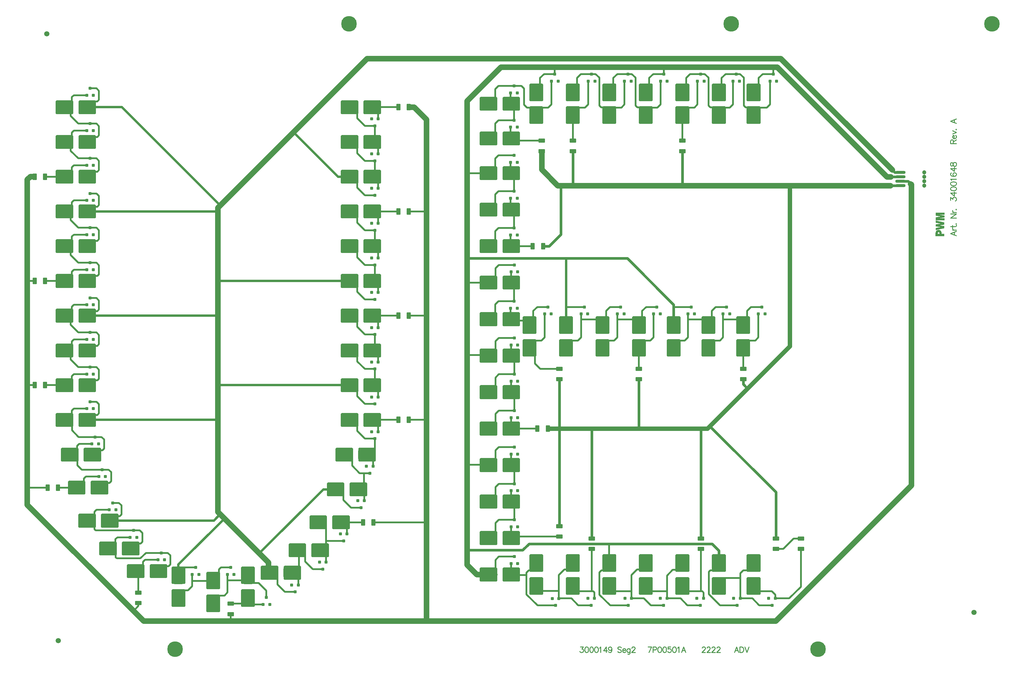
<source format=gtl>
%FSTAX44Y44*%
%MOMM*%
%SFA1B1*%

%IPPOS*%
%AMD25*
4,1,8,0.299720,0.449580,-0.299720,0.449580,-0.398780,0.350520,-0.398780,-0.350520,-0.299720,-0.449580,0.299720,-0.449580,0.398780,-0.350520,0.398780,0.350520,0.299720,0.449580,0.0*
1,1,0.200000,0.299720,0.350520*
1,1,0.200000,-0.299720,0.350520*
1,1,0.200000,-0.299720,-0.350520*
1,1,0.200000,0.299720,-0.350520*
%
%AMD27*
4,1,8,0.599440,1.300480,-0.599440,1.300480,-0.749300,1.150620,-0.749300,-1.150620,-0.599440,-1.300480,0.599440,-1.300480,0.749300,-1.150620,0.749300,1.150620,0.599440,1.300480,0.0*
1,1,0.300000,0.599440,1.150620*
1,1,0.300000,-0.599440,1.150620*
1,1,0.300000,-0.599440,-1.150620*
1,1,0.300000,0.599440,-1.150620*
%
%AMD28*
4,1,8,1.300480,-0.599440,1.300480,0.599440,1.150620,0.749300,-1.150620,0.749300,-1.300480,0.599440,-1.300480,-0.599440,-1.150620,-0.749300,1.150620,-0.749300,1.300480,-0.599440,0.0*
1,1,0.300000,1.150620,-0.599440*
1,1,0.300000,1.150620,0.599440*
1,1,0.300000,-1.150620,0.599440*
1,1,0.300000,-1.150620,-0.599440*
%
%AMD29*
4,1,8,-0.459740,-0.899160,0.459740,-0.899160,0.574040,-0.784860,0.574040,0.784860,0.459740,0.899160,-0.459740,0.899160,-0.574040,0.784860,-0.574040,-0.784860,-0.459740,-0.899160,0.0*
1,1,0.230000,-0.459740,-0.784860*
1,1,0.230000,0.459740,-0.784860*
1,1,0.230000,0.459740,0.784860*
1,1,0.230000,-0.459740,0.784860*
%
%AMD30*
4,1,8,-0.899160,0.459740,-0.899160,-0.459740,-0.784860,-0.574040,0.784860,-0.574040,0.899160,-0.459740,0.899160,0.459740,0.784860,0.574040,-0.784860,0.574040,-0.899160,0.459740,0.0*
1,1,0.230000,-0.784860,0.459740*
1,1,0.230000,-0.784860,-0.459740*
1,1,0.230000,0.784860,-0.459740*
1,1,0.230000,0.784860,0.459740*
%
%ADD23C,0.050000*%
%ADD24C,0.649999*%
G04~CAMADD=25~8~0.0~0.0~315.0~354.3~39.4~0.0~15~0.0~0.0~0.0~0.0~0~0.0~0.0~0.0~0.0~0~0.0~0.0~0.0~0.0~315.0~354.3*
%ADD25D25*%
%ADD26O,2.949994X0.909998*%
G04~CAMADD=27~8~0.0~0.0~590.6~1023.6~59.1~0.0~15~0.0~0.0~0.0~0.0~0~0.0~0.0~0.0~0.0~0~0.0~0.0~0.0~0.0~590.6~1023.6*
%ADD27D27*%
G04~CAMADD=28~8~0.0~0.0~590.6~1023.6~59.1~0.0~15~0.0~0.0~0.0~0.0~0~0.0~0.0~0.0~0.0~0~0.0~0.0~0.0~270.0~1024.0~590.0*
%ADD28D28*%
G04~CAMADD=29~8~0.0~0.0~452.8~708.7~45.3~0.0~15~0.0~0.0~0.0~0.0~0~0.0~0.0~0.0~0.0~0~0.0~0.0~0.0~180.0~452.0~708.0*
%ADD29D29*%
G04~CAMADD=30~8~0.0~0.0~452.8~708.7~45.3~0.0~15~0.0~0.0~0.0~0.0~0~0.0~0.0~0.0~0.0~0~0.0~0.0~0.0~90.0~708.0~452.0*
%ADD30D30*%
%ADD31C,1.499997*%
%ADD32C,0.799998*%
%ADD33C,0.499999*%
%ADD34C,1.599997*%
%ADD35C,1.299997*%
%ADD36C,0.699999*%
%ADD37C,0.100000*%
%ADD38C,0.253999*%
%ADD39C,1.199998*%
%ADD40C,4.499991*%
%LNled_pd_ab_wh_3000149_(4f00228l_7p00501a)-1*%
%LPD*%
G36*
X02129326Y016755D02*
Y0163D01*
X02126826Y016275*
X02091826*
X02089326Y0163*
Y016755*
X02091826Y01678*
X02126826*
X02129326Y016755*
G37*
G36*
X02029326D02*
Y0163D01*
X02026826Y016275*
X01991826*
X01989326Y0163*
Y016755*
X01991826Y01678*
X02026826*
X02029326Y016755*
G37*
G36*
X01924326D02*
Y0163D01*
X01921826Y016275*
X01886826*
X01884326Y0163*
Y016755*
X01886826Y01678*
X01921826*
X01924326Y016755*
G37*
G36*
X01819326D02*
Y0163D01*
X01816826Y016275*
X01781826*
X01779326Y0163*
Y016755*
X01781826Y01678*
X01816826*
X01819326Y016755*
G37*
G36*
X01714326D02*
Y0163D01*
X01711826Y016275*
X01676826*
X01674326Y0163*
Y016755*
X01676826Y01678*
X01711826*
X01714326Y016755*
G37*
G36*
X01609326D02*
Y0163D01*
X01606826Y016275*
X01571826*
X01569326Y0163*
Y016755*
X01571826Y01678*
X01606826*
X01609326Y016755*
G37*
G36*
X01504326D02*
Y0163D01*
X01501826Y016275*
X01466826*
X01464326Y0163*
Y016755*
X01466826Y01678*
X01501826*
X01504326Y016755*
G37*
G36*
X01437326Y016375D02*
Y016025D01*
X01434826Y016*
X01389326*
X01386826Y016025*
Y016375*
X01389326Y0164*
X01434826*
X01437326Y016375*
G37*
G36*
X01371826D02*
Y016025D01*
X01369326Y016*
X01323826*
X01321326Y016025*
Y016375*
X01323826Y0164*
X01369326*
X01371826Y016375*
G37*
G36*
X01037326Y01627501D02*
Y01592501D01*
X01034826Y01590001*
X00989326*
X00986826Y01592501*
Y01627501*
X00989326Y01630001*
X01034826*
X01037326Y01627501*
G37*
G36*
X00971826D02*
Y01592501D01*
X00969326Y01590001*
X00923826*
X00921326Y01592501*
Y01627501*
X00923826Y01630001*
X00969326*
X00971826Y01627501*
G37*
G36*
X00217325D02*
Y01592501D01*
X00214825Y01590001*
X00169325*
X00166825Y01592501*
Y01627501*
X00169325Y01630001*
X00214825*
X00217325Y01627501*
G37*
G36*
X00151825D02*
Y01592501D01*
X00149325Y01590001*
X00103825*
X00101325Y01592501*
Y01627501*
X00103825Y01630001*
X00149325*
X00151825Y01627501*
G37*
G36*
X02129326Y0161D02*
Y015645D01*
X02126826Y01562*
X02091826*
X02089326Y015645*
Y0161*
X02091826Y016125*
X02126826*
X02129326Y0161*
G37*
G36*
X02029326D02*
Y015645D01*
X02026826Y01562*
X01991826*
X01989326Y015645*
Y0161*
X01991826Y016125*
X02026826*
X02029326Y0161*
G37*
G36*
X01924326D02*
Y015645D01*
X01921826Y01562*
X01886826*
X01884326Y015645*
Y0161*
X01886826Y016125*
X01921826*
X01924326Y0161*
G37*
G36*
X01819326D02*
Y015645D01*
X01816826Y01562*
X01781826*
X01779326Y015645*
Y0161*
X01781826Y016125*
X01816826*
X01819326Y0161*
G37*
G36*
X01714326D02*
Y015645D01*
X01711826Y01562*
X01676826*
X01674326Y015645*
Y0161*
X01676826Y016125*
X01711826*
X01714326Y0161*
G37*
G36*
X01609326D02*
Y015645D01*
X01606826Y01562*
X01571826*
X01569326Y015645*
Y0161*
X01571826Y016125*
X01606826*
X01609326Y0161*
G37*
G36*
X01504326D02*
Y015645D01*
X01501826Y01562*
X01466826*
X01464326Y015645*
Y0161*
X01466826Y016125*
X01501826*
X01504326Y0161*
G37*
G36*
X01437326Y015375D02*
Y015025D01*
X01434826Y015*
X01389326*
X01386826Y015025*
Y015375*
X01389326Y0154*
X01434826*
X01437326Y015375*
G37*
G36*
X01371826D02*
Y015025D01*
X01369326Y015*
X01323826*
X01321326Y015025*
Y015375*
X01323826Y0154*
X01369326*
X01371826Y015375*
G37*
G36*
X01037326Y01527501D02*
Y01492501D01*
X01034826Y01490001*
X00989326*
X00986826Y01492501*
Y01527501*
X00989326Y01530001*
X01034826*
X01037326Y01527501*
G37*
G36*
X00971826D02*
Y01492501D01*
X00969326Y01490001*
X00923826*
X00921326Y01492501*
Y01527501*
X00923826Y01530001*
X00969326*
X00971826Y01527501*
G37*
G36*
X00217325D02*
Y01492501D01*
X00214825Y01490001*
X00169325*
X00166825Y01492501*
Y01527501*
X00169325Y01530001*
X00214825*
X00217325Y01527501*
G37*
G36*
X00151825D02*
Y01492501D01*
X00149325Y01490001*
X00103825*
X00101325Y01492501*
Y01527501*
X00103825Y01530001*
X00149325*
X00151825Y01527501*
G37*
G36*
X01437326Y014375D02*
Y014025D01*
X01434826Y014*
X01389326*
X01386826Y014025*
Y014375*
X01389326Y0144*
X01434826*
X01437326Y014375*
G37*
G36*
X01371826D02*
Y014025D01*
X01369326Y014*
X01323826*
X01321326Y014025*
Y014375*
X01323826Y0144*
X01369326*
X01371826Y014375*
G37*
G36*
X01037326Y01427501D02*
Y01392501D01*
X01034826Y01390001*
X00989326*
X00986826Y01392501*
Y01427501*
X00989326Y01430001*
X01034826*
X01037326Y01427501*
G37*
G36*
X00971826D02*
Y01392501D01*
X00969326Y01390001*
X00923826*
X00921326Y01392501*
Y01427501*
X00923826Y01430001*
X00969326*
X00971826Y01427501*
G37*
G36*
X00217325D02*
Y01392501D01*
X00214825Y01390001*
X00169325*
X00166825Y01392501*
Y01427501*
X00169325Y01430001*
X00214825*
X00217325Y01427501*
G37*
G36*
X00151825D02*
Y01392501D01*
X00149325Y01390001*
X00103825*
X00101325Y01392501*
Y01427501*
X00103825Y01430001*
X00149325*
X00151825Y01427501*
G37*
G36*
X01437326Y013325D02*
Y012975D01*
X01434826Y01295*
X01389326*
X01386826Y012975*
Y013325*
X01389326Y01335*
X01434826*
X01437326Y013325*
G37*
G36*
X01371826D02*
Y012975D01*
X01369326Y01295*
X01323826*
X01321326Y012975*
Y013325*
X01323826Y01335*
X01369326*
X01371826Y013325*
G37*
G36*
X01037326Y01327499D02*
Y01292499D01*
X01034826Y01289999*
X00989326*
X00986826Y01292499*
Y01327499*
X00989326Y01329999*
X01034826*
X01037326Y01327499*
G37*
G36*
X00971826D02*
Y01292499D01*
X00969326Y01289999*
X00923826*
X00921326Y01292499*
Y01327499*
X00923826Y01329999*
X00969326*
X00971826Y01327499*
G37*
G36*
X00217325D02*
Y01292499D01*
X00214825Y01289999*
X00169325*
X00166825Y01292499*
Y01327499*
X00169325Y01329999*
X00214825*
X00217325Y01327499*
G37*
G36*
X00151825D02*
Y01292499D01*
X00149325Y01289999*
X00103825*
X00101325Y01292499*
Y01327499*
X00103825Y01329999*
X00149325*
X00151825Y01327499*
G37*
G36*
X02650373Y01245433D02*
X02657871D01*
Y0123879*
X02632727*
Y01239696*
Y01248448*
X02639289*
Y01245433*
X02644087*
Y01249009*
X02650373*
Y01245433*
G37*
G36*
X01437326Y012275D02*
Y011925D01*
X01434826Y0119*
X01389326*
X01386826Y011925*
Y012275*
X01389326Y0123*
X01434826*
X01437326Y012275*
G37*
G36*
X01371826D02*
Y011925D01*
X01369326Y0119*
X01323826*
X01321326Y011925*
Y012275*
X01323826Y0123*
X01369326*
X01371826Y012275*
G37*
G36*
X01037326Y01227499D02*
Y01192499D01*
X01034826Y01189999*
X00989326*
X00986826Y01192499*
Y01227499*
X00989326Y01229999*
X01034826*
X01037326Y01227499*
G37*
G36*
X00971826D02*
Y01192499D01*
X00969326Y01189999*
X00923826*
X00921326Y01192499*
Y01227499*
X00923826Y01229999*
X00969326*
X00971826Y01227499*
G37*
G36*
X00217325D02*
Y01192499D01*
X00214825Y01189999*
X00169325*
X00166825Y01192499*
Y01227499*
X00169325Y01229999*
X00214825*
X00217325Y01227499*
G37*
G36*
X00151825D02*
Y01192499D01*
X00149325Y01189999*
X00103825*
X00101325Y01192499*
Y01227499*
X00103825Y01229999*
X00149325*
X00151825Y01227499*
G37*
G36*
X01037326Y01127499D02*
Y01092499D01*
X01034826Y01089999*
X00989326*
X00986826Y01092499*
Y01127499*
X00989326Y01129999*
X01034826*
X01037326Y01127499*
G37*
G36*
X00971826D02*
Y01092499D01*
X00969326Y01089999*
X00923826*
X00921326Y01092499*
Y01127499*
X00923826Y01129999*
X00969326*
X00971826Y01127499*
G37*
G36*
X00217325D02*
Y01092499D01*
X00214825Y01089999*
X00169325*
X00166825Y01092499*
Y01127499*
X00169325Y01129999*
X00214825*
X00217325Y01127499*
G37*
G36*
X00151825D02*
Y01092499D01*
X00149325Y01089999*
X00103825*
X00101325Y01092499*
Y01127499*
X00103825Y01129999*
X00149325*
X00151825Y01127499*
G37*
G36*
X01437326Y011225D02*
Y01087501D01*
X01434826Y01085*
X01389326*
X01386826Y01087501*
Y011225*
X01389326Y01125*
X01434826*
X01437326Y011225*
G37*
G36*
X01371826D02*
Y01087501D01*
X01369326Y01085*
X01323826*
X01321326Y01087501*
Y011225*
X01323826Y01125*
X01369326*
X01371826Y011225*
G37*
G36*
X01037326Y010275D02*
Y009925D01*
X01034826Y0099*
X00989326*
X00986826Y009925*
Y010275*
X00989326Y0103*
X01034826*
X01037326Y010275*
G37*
G36*
X00971826D02*
Y009925D01*
X00969326Y0099*
X00923826*
X00921326Y009925*
Y010275*
X00923826Y0103*
X00969326*
X00971826Y010275*
G37*
G36*
X00217325D02*
Y009925D01*
X00214825Y0099*
X00169325*
X00166825Y009925*
Y010275*
X00169325Y0103*
X00214825*
X00217325Y010275*
G37*
G36*
X00151825D02*
Y009925D01*
X00149325Y0099*
X00103825*
X00101325Y009925*
Y010275*
X00103825Y0103*
X00149325*
X00151825Y010275*
G37*
G36*
X01437326Y010175D02*
Y009825D01*
X01434826Y0098*
X01389326*
X01386826Y009825*
Y010175*
X01389326Y0102*
X01434826*
X01437326Y010175*
G37*
G36*
X01371826D02*
Y009825D01*
X01369326Y0098*
X01323826*
X01321326Y009825*
Y010175*
X01323826Y0102*
X01369326*
X01371826Y010175*
G37*
G36*
X02099326Y010055D02*
Y0096D01*
X02096826Y009575*
X02061826*
X02059326Y0096*
Y010055*
X02061826Y01008*
X02096826*
X02099326Y010055*
G37*
G36*
X01999326D02*
Y0096D01*
X01996826Y009575*
X01961826*
X01959326Y0096*
Y010055*
X01961826Y01008*
X01996826*
X01999326Y010055*
G37*
G36*
X01899326D02*
Y0096D01*
X01896826Y009575*
X01861826*
X01859326Y0096*
Y010055*
X01861826Y01008*
X01896826*
X01899326Y010055*
G37*
G36*
X01799326D02*
Y0096D01*
X01796826Y009575*
X01761826*
X01759326Y0096*
Y010055*
X01761826Y01008*
X01796826*
X01799326Y010055*
G37*
G36*
X01694326D02*
Y0096D01*
X01691826Y009575*
X01656826*
X01654326Y0096*
Y010055*
X01656826Y01008*
X01691826*
X01694326Y010055*
G37*
G36*
X01589326D02*
Y0096D01*
X01586826Y009575*
X01551826*
X01549326Y0096*
Y010055*
X01551826Y01008*
X01586826*
X01589326Y010055*
G37*
G36*
X01484326D02*
Y0096D01*
X01481826Y009575*
X01446826*
X01444326Y0096*
Y010055*
X01446826Y01008*
X01481826*
X01484326Y010055*
G37*
G36*
X02099326Y0094D02*
Y008945D01*
X02096826Y00892*
X02061826*
X02059326Y008945*
Y0094*
X02061826Y009425*
X02096826*
X02099326Y0094*
G37*
G36*
X01999326D02*
Y008945D01*
X01996826Y00892*
X01961826*
X01959326Y008945*
Y0094*
X01961826Y009425*
X01996826*
X01999326Y0094*
G37*
G36*
X01899326D02*
Y008945D01*
X01896826Y00892*
X01861826*
X01859326Y008945*
Y0094*
X01861826Y009425*
X01896826*
X01899326Y0094*
G37*
G36*
X01799326D02*
Y008945D01*
X01796826Y00892*
X01761826*
X01759326Y008945*
Y0094*
X01761826Y009425*
X01796826*
X01799326Y0094*
G37*
G36*
X01694326D02*
Y008945D01*
X01691826Y00892*
X01656826*
X01654326Y008945*
Y0094*
X01656826Y009425*
X01691826*
X01694326Y0094*
G37*
G36*
X01589326D02*
Y008945D01*
X01586826Y00892*
X01551826*
X01549326Y008945*
Y0094*
X01551826Y009425*
X01586826*
X01589326Y0094*
G37*
G36*
X01484326D02*
Y008945D01*
X01481826Y00892*
X01446826*
X01444326Y008945*
Y0094*
X01446826Y009425*
X01481826*
X01484326Y0094*
G37*
G36*
X01037326Y009275D02*
Y008925D01*
X01034826Y0089*
X00989326*
X00986826Y008925*
Y009275*
X00989326Y0093*
X01034826*
X01037326Y009275*
G37*
G36*
X00971826D02*
Y008925D01*
X00969326Y0089*
X00923826*
X00921326Y008925*
Y009275*
X00923826Y0093*
X00969326*
X00971826Y009275*
G37*
G36*
X00217325D02*
Y008925D01*
X00214825Y0089*
X00169325*
X00166825Y008925*
Y009275*
X00169325Y0093*
X00214825*
X00217325Y009275*
G37*
G36*
X00151825D02*
Y008925D01*
X00149325Y0089*
X00103825*
X00101325Y008925*
Y009275*
X00103825Y0093*
X00149325*
X00151825Y009275*
G37*
G36*
X01437326Y009125D02*
Y008775D01*
X01434826Y00875*
X01389326*
X01386826Y008775*
Y009125*
X01389326Y00915*
X01434826*
X01437326Y009125*
G37*
G36*
X01371826D02*
Y008775D01*
X01369326Y00875*
X01323826*
X01321326Y008775*
Y009125*
X01323826Y00915*
X01369326*
X01371826Y009125*
G37*
G36*
X01037326Y008275D02*
Y007925D01*
X01034826Y0079*
X00989326*
X00986826Y007925*
Y008275*
X00989326Y0083*
X01034826*
X01037326Y008275*
G37*
G36*
X00971826D02*
Y007925D01*
X00969326Y0079*
X00923826*
X00921326Y007925*
Y008275*
X00923826Y0083*
X00969326*
X00971826Y008275*
G37*
G36*
X00217325D02*
Y007925D01*
X00214825Y0079*
X00169325*
X00166825Y007925*
Y008275*
X00169325Y0083*
X00214825*
X00217325Y008275*
G37*
G36*
X00151825D02*
Y007925D01*
X00149325Y0079*
X00103825*
X00101325Y007925*
Y008275*
X00103825Y0083*
X00149325*
X00151825Y008275*
G37*
G36*
X01437326Y008075D02*
Y007725D01*
X01434826Y00770001*
X01389326*
X01386826Y007725*
Y008075*
X01389326Y0081*
X01434826*
X01437326Y008075*
G37*
G36*
X01371826D02*
Y007725D01*
X01369326Y00770001*
X01323826*
X01321326Y007725*
Y008075*
X01323826Y0081*
X01369326*
X01371826Y008075*
G37*
G36*
X01037326Y007275D02*
Y006925D01*
X01034826Y0069*
X00989326*
X00986826Y006925*
Y007275*
X00989326Y0073*
X01034826*
X01037326Y007275*
G37*
G36*
X00971826D02*
Y006925D01*
X00969326Y0069*
X00923826*
X00921326Y006925*
Y007275*
X00923826Y0073*
X00969326*
X00971826Y007275*
G37*
G36*
X00217325D02*
Y006925D01*
X00214825Y0069*
X00169325*
X00166825Y006925*
Y007275*
X00169325Y0073*
X00214825*
X00217325Y007275*
G37*
G36*
X00151825D02*
Y006925D01*
X00149325Y0069*
X00103825*
X00101325Y006925*
Y007275*
X00103825Y0073*
X00149325*
X00151825Y007275*
G37*
G36*
X01437326Y007025D02*
Y006675D01*
X01434826Y00665*
X01389326*
X01386826Y006675*
Y007025*
X01389326Y00705*
X01434826*
X01437326Y007025*
G37*
G36*
X01371826D02*
Y006675D01*
X01369326Y00665*
X01323826*
X01321326Y006675*
Y007025*
X01323826Y00705*
X01369326*
X01371826Y007025*
G37*
G36*
X01022325Y006275D02*
Y005925D01*
X01019825Y0059*
X00974325*
X00971825Y005925*
Y006275*
X00974325Y0063*
X01019825*
X01022325Y006275*
G37*
G36*
X00956825D02*
Y005925D01*
X00954325Y0059*
X00908825*
X00906325Y005925*
Y006275*
X00908825Y0063*
X00954325*
X00956825Y006275*
G37*
G36*
X00232326D02*
Y005925D01*
X00229826Y0059*
X00184326*
X00181826Y005925*
Y006275*
X00184326Y0063*
X00229826*
X00232326Y006275*
G37*
G36*
X00166826D02*
Y005925D01*
X00164326Y0059*
X00118826*
X00116326Y005925*
Y006275*
X00118826Y0063*
X00164326*
X00166826Y006275*
G37*
G36*
X01437326Y005975D02*
Y005625D01*
X01434826Y0056*
X01389326*
X01386826Y005625*
Y005975*
X01389326Y006*
X01434826*
X01437326Y005975*
G37*
G36*
X01371826D02*
Y005625D01*
X01369326Y0056*
X01323826*
X01321326Y005625*
Y005975*
X01323826Y006*
X01369326*
X01371826Y005975*
G37*
G36*
X00252326Y00532499D02*
Y00497499D01*
X00249826Y00494999*
X00204326*
X00201826Y00497499*
Y00532499*
X00204326Y00534999*
X00249826*
X00252326Y00532499*
G37*
G36*
X00186826D02*
Y00497499D01*
X00184326Y00494999*
X00138826*
X00136326Y00497499*
Y00532499*
X00138826Y00534999*
X00184326*
X00186826Y00532499*
G37*
G36*
X00997326Y005275D02*
Y004925D01*
X00994826Y0049*
X00949326*
X00946826Y004925*
Y005275*
X00949326Y0053*
X00994826*
X00997326Y005275*
G37*
G36*
X00931826D02*
Y004925D01*
X00929326Y0049*
X00883826*
X00881326Y004925*
Y005275*
X00883826Y0053*
X00929326*
X00931826Y005275*
G37*
G36*
X01437326Y004925D02*
Y004575D01*
X01434826Y00455*
X01389326*
X01386826Y004575*
Y004925*
X01389326Y00495*
X01434826*
X01437326Y004925*
G37*
G36*
X01371826D02*
Y004575D01*
X01369326Y00455*
X01323826*
X01321326Y004575*
Y004925*
X01323826Y00495*
X01369326*
X01371826Y004925*
G37*
G36*
X00282326Y00437501D02*
Y00402501D01*
X00279826Y00400001*
X00234326*
X00231826Y00402501*
Y00437501*
X00234326Y00440001*
X00279826*
X00282326Y00437501*
G37*
G36*
X00216826D02*
Y00402501D01*
X00214326Y00400001*
X00168826*
X00166326Y00402501*
Y00437501*
X00168826Y00440001*
X00214326*
X00216826Y00437501*
G37*
G36*
X00947326Y00432499D02*
Y00397499D01*
X00944826Y00394999*
X00899326*
X00896826Y00397499*
Y00432499*
X00899326Y00434999*
X00944826*
X00947326Y00432499*
G37*
G36*
X00881826D02*
Y00397499D01*
X00879326Y00394999*
X00833826*
X00831326Y00397499*
Y00432499*
X00833826Y00434999*
X00879326*
X00881826Y00432499*
G37*
G36*
X01437326Y003875D02*
Y003525D01*
X01434826Y0035*
X01389326*
X01386826Y003525*
Y003875*
X01389326Y0039*
X01434826*
X01437326Y003875*
G37*
G36*
X01371826D02*
Y003525D01*
X01369326Y0035*
X01323826*
X01321326Y003525*
Y003875*
X01323826Y0039*
X01369326*
X01371826Y003875*
G37*
G36*
X00342326Y00357501D02*
Y00322501D01*
X00339826Y00320001*
X00294326*
X00291826Y00322501*
Y00357501*
X00294326Y00360001*
X00339826*
X00342326Y00357501*
G37*
G36*
X00276826D02*
Y00322501D01*
X00274326Y00320001*
X00228826*
X00226326Y00322501*
Y00357501*
X00228826Y00360001*
X00274326*
X00276826Y00357501*
G37*
G36*
X00887326Y003525D02*
Y003175D01*
X00884826Y00315*
X00839326*
X00836826Y003175*
Y003525*
X00839326Y00355*
X00884826*
X00887326Y003525*
G37*
G36*
X00821826D02*
Y003175D01*
X00819326Y00315*
X00773826*
X00771326Y003175*
Y003525*
X00773826Y00355*
X00819326*
X00821826Y003525*
G37*
G36*
X02129326Y003205D02*
Y00275D01*
X02126826Y002725*
X02091826*
X02089326Y00275*
Y003205*
X02091826Y00323*
X02126826*
X02129326Y003205*
G37*
G36*
X02029326D02*
Y00275D01*
X02026826Y002725*
X01991826*
X01989326Y00275*
Y003205*
X01991826Y00323*
X02026826*
X02029326Y003205*
G37*
G36*
X01924326D02*
Y00275D01*
X01921826Y002725*
X01886826*
X01884326Y00275*
Y003205*
X01886826Y00323*
X01921826*
X01924326Y003205*
G37*
G36*
X01819326D02*
Y00275D01*
X01816826Y002725*
X01781826*
X01779326Y00275*
Y003205*
X01781826Y00323*
X01816826*
X01819326Y003205*
G37*
G36*
X01714326D02*
Y00275D01*
X01711826Y002725*
X01676826*
X01674326Y00275*
Y003205*
X01676826Y00323*
X01711826*
X01714326Y003205*
G37*
G36*
X01609326D02*
Y00275D01*
X01606826Y002725*
X01571826*
X01569326Y00275*
Y003205*
X01571826Y00323*
X01606826*
X01609326Y003205*
G37*
G36*
X01504326D02*
Y00275D01*
X01501826Y002725*
X01466826*
X01464326Y00275*
Y003205*
X01466826Y00323*
X01501826*
X01504326Y003205*
G37*
G36*
X00422326Y002925D02*
Y002575D01*
X00419826Y00255*
X00374326*
X00371826Y002575*
Y002925*
X00374326Y00295*
X00419826*
X00422326Y002925*
G37*
G36*
X00356826D02*
Y002575D01*
X00354326Y00255*
X00308826*
X00306326Y002575*
Y002925*
X00308826Y00295*
X00354326*
X00356826Y002925*
G37*
G36*
X00807326Y00287501D02*
Y00252501D01*
X00804826Y00250001*
X00759326*
X00756826Y00252501*
Y00287501*
X00759326Y00290001*
X00804826*
X00807326Y00287501*
G37*
G36*
X00741826D02*
Y00252501D01*
X00739326Y00250001*
X00693826*
X00691326Y00252501*
Y00287501*
X00693826Y00290001*
X00739326*
X00741826Y00287501*
G37*
G36*
X01437326Y002825D02*
Y002475D01*
X01434826Y00245*
X01389326*
X01386826Y002475*
Y002825*
X01389326Y00285*
X01434826*
X01437326Y002825*
G37*
G36*
X01371826D02*
Y002475D01*
X01369326Y00245*
X01323826*
X01321326Y002475*
Y002825*
X01323826Y00285*
X01369326*
X01371826Y002825*
G37*
G36*
X00674325Y00285501D02*
Y00240001D01*
X00671825Y00237501*
X00636825*
X00634325Y00240001*
Y00285501*
X00636825Y00288001*
X00671825*
X00674325Y00285501*
G37*
G36*
X00474326D02*
Y00240001D01*
X00471826Y00237501*
X00436826*
X00434326Y00240001*
Y00285501*
X00436826Y00288001*
X00471826*
X00474326Y00285501*
G37*
G36*
X00574325Y002705D02*
Y00225D01*
X00571825Y002225*
X00536825*
X00534325Y00225*
Y002705*
X00536825Y00273*
X00571825*
X00574325Y002705*
G37*
G36*
X02129326Y00255D02*
Y002095D01*
X02126826Y00207*
X02091826*
X02089326Y002095*
Y00255*
X02091826Y002575*
X02126826*
X02129326Y00255*
G37*
G36*
X02029326D02*
Y002095D01*
X02026826Y00207*
X01991826*
X01989326Y002095*
Y00255*
X01991826Y002575*
X02026826*
X02029326Y00255*
G37*
G36*
X01924326D02*
Y002095D01*
X01921826Y00207*
X01886826*
X01884326Y002095*
Y00255*
X01886826Y002575*
X01921826*
X01924326Y00255*
G37*
G36*
X01819326D02*
Y002095D01*
X01816826Y00207*
X01781826*
X01779326Y002095*
Y00255*
X01781826Y002575*
X01816826*
X01819326Y00255*
G37*
G36*
X01714326D02*
Y002095D01*
X01711826Y00207*
X01676826*
X01674326Y002095*
Y00255*
X01676826Y002575*
X01711826*
X01714326Y00255*
G37*
G36*
X01609326D02*
Y002095D01*
X01606826Y00207*
X01571826*
X01569326Y002095*
Y00255*
X01571826Y002575*
X01606826*
X01609326Y00255*
G37*
G36*
X01504326D02*
Y002095D01*
X01501826Y00207*
X01466826*
X01464326Y002095*
Y00255*
X01466826Y002575*
X01501826*
X01504326Y00255*
G37*
G36*
X00674325Y00220001D02*
Y00174501D01*
X00671825Y00172001*
X00636825*
X00634325Y00174501*
Y00220001*
X00636825Y00222501*
X00671825*
X00674325Y00220001*
G37*
G36*
X00474326D02*
Y00174501D01*
X00471826Y00172001*
X00436826*
X00434326Y00174501*
Y00220001*
X00436826Y00222501*
X00471826*
X00474326Y00220001*
G37*
G36*
X00574325Y00205D02*
Y001595D01*
X00571825Y00157*
X00536825*
X00534325Y001595*
Y00205*
X00536825Y002075*
X00571825*
X00574325Y00205*
G37*
G54D23*
X02644049Y01290076D02*
D01*
D01*
G75*
G03X02643549I-00000250J0D01*
G74*G01*
D01*
G75*
G03X02644049I00000249J0D01*
G74*G01*
G54D24*
X02647164Y01248734D02*
D01*
D01*
G75*
G03X02636043Y01248229I-00005549J-00000485D01*
G74*G01*
G54D25*
X00604935Y00285D03*
X00614435Y00265D03*
X00595435D03*
X01421085Y0094541D03*
X01430585Y0092541D03*
X01411585D03*
X01019876Y01356505D03*
X01010376Y01376505D03*
X01029376D03*
X01019876Y01056681D03*
X01010376Y01076681D03*
X01029376D03*
X01019876Y00755936D03*
X01010376Y00775936D03*
X01029376D03*
X00979876Y00457363D03*
X00970376Y00477363D03*
X00989376D03*
X00789876Y00214802D03*
X00780376Y00234802D03*
X00799376D03*
X00503698Y00285D03*
X00513198Y00265D03*
X00494198D03*
X00264876Y00471114D03*
X00274376Y00451114D03*
X00255376D03*
X00199875Y00762242D03*
X00209375Y00742242D03*
X00190375D03*
X00199875Y01060973D03*
X00209375Y01040973D03*
X00190375D03*
X00199875Y013617D03*
X00209375Y013417D03*
X00190375D03*
X00199875Y01664608D03*
X00209375Y01644608D03*
X00190375D03*
X01019876Y01455404D03*
X01010376Y01475404D03*
X01029376D03*
X01019876Y01155834D03*
X01010376Y01175834D03*
X01029376D03*
X01019876Y00856461D03*
X01010376Y00876461D03*
X01029376D03*
X01004875Y00556462D03*
X00995375Y00576462D03*
X01014375D03*
X00869876Y0028048D03*
X00860376Y0030048D03*
X00879376D03*
X00324998Y00391999D03*
X00334498Y00371999D03*
X00315498D03*
X00214876Y00660718D03*
X00224376Y00640718D03*
X00205376D03*
X00199875Y00961554D03*
X00209375Y00941554D03*
X00190375D03*
X00199875Y01263273D03*
X00209375Y01243273D03*
X00190375D03*
X00199875Y01562674D03*
X00209375Y01542674D03*
X00190375D03*
X01019876Y01556236D03*
X01010376Y01576236D03*
X01029376D03*
X01019876Y01255987D03*
X01010376Y01275987D03*
X01029376D03*
X01019876Y00955751D03*
X01010376Y00975751D03*
X01029376D03*
X01019876Y00656021D03*
X01010376Y00676021D03*
X01029376D03*
X00929876Y00361443D03*
X00920376Y00381443D03*
X00939376D03*
X00707517Y00198751D03*
X00717017Y00178751D03*
X00698017D03*
X00404876Y00327143D03*
X00414376Y00307143D03*
X00395376D03*
X00234876Y00566672D03*
X00244376Y00546672D03*
X00225376D03*
X00199875Y00861748D03*
X00209375Y00841748D03*
X00190375D03*
X00199875Y01162272D03*
X00209375Y01142272D03*
X00190375D03*
X00199875Y01462622D03*
X00209375Y01442622D03*
X00190375D03*
X020615Y00175999D03*
X02052Y00195999D03*
X02071D03*
X017485Y00175999D03*
X01739Y00195999D03*
X01758D03*
X01421085Y0031625D03*
X01430585Y0029625D03*
X01411585D03*
X01421085Y00631553D03*
X01430585Y00611553D03*
X01411585D03*
X01929618Y01034749D03*
X01939118Y01014749D03*
X01920118D03*
X01622437Y01034749D03*
X01631937Y01014749D03*
X01612937D03*
X01421085Y01155839D03*
X01430585Y01135839D03*
X01411585D03*
X01419876Y01471428D03*
X01429376Y01451428D03*
X01410376D03*
X01537208Y01705264D03*
X01546708Y01685264D03*
X01527708D03*
X0185101Y01705264D03*
X0186051Y01685264D03*
X0184151D03*
X0216627Y01705264D03*
X0217577Y01685264D03*
X0215677D03*
X02162294Y00175999D03*
X02152794Y00195999D03*
X02171794D03*
X01850499Y00175999D03*
X01840999Y00195999D03*
X01859999D03*
X01539327Y00175926D03*
X01529827Y00195926D03*
X01548827D03*
X01421085Y00526178D03*
X01430585Y00506178D03*
X01411585D03*
X01421085Y00841163D03*
X01430585Y00821163D03*
X01411585D03*
X02031134Y01034749D03*
X02040634Y01014749D03*
X02021634D03*
X01726998Y01034749D03*
X01736498Y01014749D03*
X01717498D03*
X01419876Y01051234D03*
X01429376Y01031234D03*
X01410376D03*
X01419876Y01368153D03*
X01429376Y01348153D03*
X01410376D03*
X01419876Y0167125D03*
X01429376Y0165125D03*
X01410376D03*
X01747539Y01705264D03*
X01757039Y01685264D03*
X01738039D03*
X02059257Y01705264D03*
X02068757Y01685264D03*
X02049757D03*
X0195575Y00175999D03*
X0194625Y00195999D03*
X0196525D03*
X0164175Y00175999D03*
X0163225Y00195999D03*
X0165125D03*
X01420998Y00422499D03*
X01430498Y00402499D03*
X01411498D03*
X01421085Y00736507D03*
X01430585Y00716507D03*
X01411585D03*
X02132726Y01034749D03*
X02142226Y01014749D03*
X02123226D03*
X01830998Y01034749D03*
X01840498Y01014749D03*
X01821498D03*
X01517498Y01034749D03*
X01526998Y01014749D03*
X01507998D03*
X01419876Y01262041D03*
X01429376Y01242041D03*
X01410376D03*
X01419876Y01572586D03*
X01429376Y01552586D03*
X01410376D03*
X01643152Y01705264D03*
X01652652Y01685264D03*
X01633652D03*
X01957324Y01705264D03*
X01966824Y01685264D03*
X01947824D03*
G54D26*
X02531699Y01397099D03*
Y01384399D03*
Y01409799D03*
Y01422499D03*
G54D27*
X00994326Y01410001D03*
X00964326D03*
X00994326Y01109999D03*
X00964326D03*
X00994326Y0081D03*
X00964326D03*
X00954326Y0051D03*
X00924326D03*
X00764326Y00270002D03*
X00734326D03*
X00209326Y00420001D03*
X00239326D03*
X00144325Y0071D03*
X00174325D03*
X00144325Y0101D03*
X00174325D03*
X00144325Y01309999D03*
X00174325D03*
X00144325Y01610001D03*
X00174325D03*
X00994326Y01510001D03*
X00964326D03*
X00994326Y01209999D03*
X00964326D03*
X00994326Y0091D03*
X00964326D03*
X00979325Y0061D03*
X00949325D03*
X00844326Y00335D03*
X00814326D03*
X00269326Y00340001D03*
X00299326D03*
X00159326Y0061D03*
X00189326D03*
X00144325Y0091D03*
X00174325D03*
X00144325Y01209999D03*
X00174325D03*
X00144325Y01510001D03*
X00174325D03*
X00994326Y01610001D03*
X00964326D03*
X00994326Y01309999D03*
X00964326D03*
X00994326Y0101D03*
X00964326D03*
X00994326Y0071D03*
X00964326D03*
X00904326Y00414999D03*
X00874326D03*
X00349326Y00275D03*
X00379326D03*
X00179326Y00514999D03*
X00209326D03*
X00144325Y0081D03*
X00174325D03*
X00144325Y01109999D03*
X00174325D03*
X00144325Y01410001D03*
X00174325D03*
X01394326Y00265D03*
X01364326D03*
X01394326Y0058D03*
X01364326D03*
X01394326Y00895D03*
X01364326D03*
X01394326Y01105D03*
X01364326D03*
X01394326Y0142D03*
X01364326D03*
X01394326Y00475D03*
X01364326D03*
X01394326Y0079D03*
X01364326D03*
X01394326Y01D03*
X01364326D03*
X01394326Y01315D03*
X01364326D03*
X01394326Y0162D03*
X01364326D03*
X01394326Y0037D03*
X01364326D03*
X01394326Y00685D03*
X01364326D03*
X01394326Y0121D03*
X01364326D03*
X01394326Y0152D03*
X01364326D03*
G54D28*
X00454326Y00215001D03*
Y00245001D03*
X00554325Y002D03*
Y0023D03*
X00654325Y00215001D03*
Y00245001D03*
X02009326Y0025D03*
Y0028D03*
X01694326Y0025D03*
Y0028D03*
X01879326Y00935D03*
Y00965D03*
X01569326Y00935D03*
Y00965D03*
X01484326Y01605D03*
Y01635D03*
X01799326Y01605D03*
Y01635D03*
X02109326Y01605D03*
Y01635D03*
Y0025D03*
Y0028D03*
X01799326Y0025D03*
Y0028D03*
X01484326Y0025D03*
Y0028D03*
X01979326Y00935D03*
Y00965D03*
X01674326Y00935D03*
Y00965D03*
X01694326Y01605D03*
Y01635D03*
X02009326Y01605D03*
Y01635D03*
X01904326Y0025D03*
Y0028D03*
X01589326Y0025D03*
Y0028D03*
X02079326Y00935D03*
Y00965D03*
X01779326Y00935D03*
Y00965D03*
X01464326Y00935D03*
Y00965D03*
X01589326Y01605D03*
Y01635D03*
X01904326Y01605D03*
Y01635D03*
G54D29*
X01087409Y01610001D03*
X01117409D03*
X01087409Y01309999D03*
X01117409D03*
X01087409Y0101D03*
X01117409D03*
X0108741Y0071D03*
X0111741D03*
X00985447Y00414999D03*
X01015447D03*
X00107857Y00514999D03*
X00077857D03*
X00070739Y0081D03*
X00040739D03*
X00070739Y01109999D03*
X00040739D03*
X00070742Y01410001D03*
X00040742D03*
X01487249Y00684999D03*
X01517249D03*
X01473867Y0121D03*
X01503867D03*
G54D30*
X00604936Y00181002D03*
Y00151003D03*
X00339327Y00212799D03*
Y00182799D03*
X02245328Y00338429D03*
Y00368429D03*
X02173527Y00338499D03*
Y00368499D03*
X01957999Y00338499D03*
Y00368499D03*
X01643999Y00338499D03*
Y00368499D03*
X01550499Y00373999D03*
Y00403999D03*
X02079326Y00857229D03*
Y00827229D03*
X01779326Y00857231D03*
Y00827231D03*
X01550499Y00857229D03*
Y00827229D03*
X01499569Y01513579D03*
Y01483579D03*
X01589326Y01513579D03*
Y01483579D03*
X01904326Y01513582D03*
Y01483582D03*
G54D31*
X00075749Y01820999D03*
X02743499Y00155749D03*
X00108249Y00074749D03*
G54D32*
X02553574Y01397099D02*
X0256101Y01389663D01*
X02540485Y01397099D02*
X02553574D01*
X02504228Y01409722D02*
X02531699Y01409799D01*
X02507762Y01430161D02*
D01*
X02515424Y01422499D01*
X02531699*
X01550499Y00403999D02*
Y00684725D01*
Y00827229*
X01554504Y01243773D02*
Y01384399D01*
X0152073Y0121D02*
X01554504Y01243773D01*
X01503867Y0121D02*
X0152073D01*
X01904326Y01385362D02*
X01905289Y01384399D01*
X01904326Y01385362D02*
Y01483582D01*
X01589326Y01385092D02*
X01590019Y01384399D01*
X01589326Y01385092D02*
Y01483579D01*
X02079326Y00812401D02*
X0209158Y00800147D01*
X02079326Y00812401D02*
Y00827229D01*
X01777871Y00684725D02*
X01779326Y00686179D01*
Y00827231*
X01643999Y00684113D02*
X01644611Y00684725D01*
X01643999Y00368499D02*
Y00684113D01*
X01957999Y00684016D02*
X01958708Y00684725D01*
X01957999Y00368499D02*
Y00684016D01*
X01983355Y00691923D02*
X02173527Y00501751D01*
Y00368499D02*
Y00501751D01*
X02503176Y01384399D02*
X02531699D01*
X0156939Y01175086D02*
X01745951D01*
X01287383D02*
X0156939D01*
X01879326Y00965D02*
Y01041712D01*
X01745951Y01175086D02*
X01879326Y01041712D01*
X01284559Y01172262D02*
X01287383Y01175086D01*
X01693901Y00353158D02*
X019899D01*
X01463138D02*
X01693901D01*
X019899D02*
X02009312Y00333746D01*
X01444936Y00334956D02*
X01463138Y00353158D01*
X01284559Y00334956D02*
X01444936D01*
X02009312Y00315978D02*
Y00333746D01*
G54D33*
X02531699Y01397099D02*
X02540485D01*
X00964326Y0141027D02*
X00969045Y0140555D01*
X00964326Y01110446D02*
X00969045Y01105726D01*
X00924326Y00511128D02*
X00929045Y00506409D01*
X01849626Y01725304D02*
X0185101Y01723921D01*
X0216627Y01724831D02*
X02166743Y01725304D01*
X0182036Y01705264D02*
X0185101D01*
X01414593Y00374072D02*
X01550499D01*
X0213562Y01705264D02*
X0216627D01*
X0212411Y01693753D02*
X0213562Y01705264D01*
X0212411Y01672953D02*
Y01693753D01*
X02171794Y00195999D02*
X02211719D01*
X02245328Y00229607*
Y00338429*
X02224661Y00368429D02*
X02245328D01*
X02194731Y00338499D02*
X02224661Y00368429D01*
X02173527Y00338499D02*
X02194731D01*
X01570201Y01034858D02*
X0157031Y01034749D01*
X01622437*
X0216627Y01705264D02*
Y01724831D01*
X0185101Y01705264D02*
Y01723921D01*
X01536847Y01725304D02*
X01537208Y01724943D01*
Y01705264D02*
Y01724943D01*
X01284559Y01419074D02*
X01285523Y01420038D01*
X01329131*
X01284559Y01107484D02*
X01287412Y0110463D01*
X01331922*
X01284559Y00898101D02*
X01285986Y00896674D01*
X01330496*
X01284559Y00580995D02*
X01284916Y00580638D01*
X01331922*
X0169337Y00352628D02*
X01693901Y00353158D01*
X0169337Y00312902D02*
Y00352628D01*
X0196525Y00195999D02*
Y00212789D01*
X01961719Y00216319D02*
X0196525Y00212789D01*
X01959676Y00216319D02*
X01961719D01*
X01911279D02*
X01959676D01*
X01957999Y00217996D02*
X01959676Y00216319D01*
X01957999Y00217996D02*
Y00338499D01*
X01644479Y00216319D02*
X01648053D01*
X01597279D02*
X01644479D01*
X01643999Y00216799D02*
X01644479Y00216319D01*
X01643999Y00216799D02*
Y00338499D01*
X0165125Y00195999D02*
Y00213122D01*
X01648053Y00216319D02*
X0165125Y00213122D01*
X01167442Y00414999D02*
X0116815Y00414291D01*
X01015447Y00414999D02*
X01167442D01*
X01167607Y0071D02*
X0116815Y00709458D01*
X0111741Y0071D02*
X01167607D01*
X01167254Y0101D02*
X0116815Y01010896D01*
X01117409Y0101D02*
X01167254D01*
X01167607Y01309999D02*
X0116815Y01310541D01*
X01117409Y01309999D02*
X01167607D01*
X00325159Y00159966D02*
X00339327Y00174135D01*
Y00182799*
Y00267325D02*
X00340736Y00268734D01*
X00339327Y00212799D02*
Y00267325D01*
X00604936Y00131833D02*
X00605912Y00130857D01*
X00604936Y00131833D02*
Y00151003D01*
Y00181002D02*
X00650867D01*
X00019165Y00513939D02*
X00020226Y00514999D01*
X00077857*
X00019165Y00810417D02*
X00019582Y0081D01*
X00040739*
X00019165Y01109946D02*
X00019218Y01109999D01*
X00040739*
X01480661Y00872142D02*
Y00899548D01*
Y00872142D02*
X01495574Y00857229D01*
X01550499*
X01457549Y01608476D02*
X01467676D01*
X01448689Y01617336D02*
X01457549Y01608476D01*
X01448689Y01617336D02*
Y01663629D01*
X01441069Y0167125D02*
X01448689Y01663629D01*
X01419876Y0167125D02*
X01441069D01*
X01904326Y01580281D02*
X01905289Y01581245D01*
X01904326Y01513582D02*
Y01580281D01*
X01589326Y01513579D02*
Y01576557D01*
X01420998Y00422499D02*
Y00471243D01*
X01411585Y00479133D02*
Y00506178D01*
X01420259Y00575674D02*
X01421085Y00574849D01*
Y00526178D02*
Y00574849D01*
X01409877Y00593748D02*
X01411585Y00595455D01*
Y00611553*
X01428795Y00684999D02*
X01487249D01*
X01411585Y00694665D02*
Y00716507D01*
X01421085Y00736507D02*
Y00781537D01*
X01411585Y00803681D02*
Y00821163D01*
X01421085Y00841163D02*
Y00889592D01*
X01411585Y00906782D02*
X01412184Y00906183D01*
X01411585Y00906782D02*
Y0092541D01*
X01431603Y0099578D02*
X01452945D01*
X01410376Y01003933D02*
Y01031234D01*
X01418914Y01095759D02*
X01419876Y01094797D01*
Y01051234D02*
Y01094797D01*
X01409877Y01118254D02*
X01411585Y01119962D01*
Y01135839*
X01417918Y0121D02*
X01473867D01*
X01408339Y01221887D02*
X01410376Y01223924D01*
Y01242041*
X01419876Y01262041D02*
Y01302061D01*
X01410069Y01323789D02*
X01410376Y01324095D01*
Y01348153*
X01419875Y01411463D02*
X01419876Y01411462D01*
Y01368153D02*
Y01411462D01*
X01410376Y0142965D02*
Y01451428D01*
X01415315Y01513579D02*
X01499569D01*
X01409411Y01533006D02*
X01410376Y01533972D01*
Y01552586*
X01419876Y01618994D02*
X01421402Y0162052D01*
X01419876Y01572586D02*
Y01618994D01*
X01409666Y01631236D02*
X01410376Y01631947D01*
Y0165125*
X01375073Y0167125D02*
X01419876D01*
X01365711Y01661887D02*
X01375073Y0167125D01*
X01365711Y01636444D02*
Y01661887D01*
X01375073Y01572586D02*
X01419876D01*
X01365711Y01563223D02*
X01375073Y01572586D01*
X01365711Y0153778D02*
Y01563223D01*
X01375073Y01471428D02*
X01419876D01*
X01365711Y01462065D02*
X01375073Y01471428D01*
X01365711Y01436622D02*
Y01462065D01*
X01375073Y01368153D02*
X01419876D01*
X01365711Y01358791D02*
X01375073Y01368153D01*
X01365711Y01333348D02*
Y01358791D01*
X01375073Y01262041D02*
X01419876D01*
X01365711Y01252679D02*
X01375073Y01262041D01*
X01365711Y01227236D02*
Y01252679D01*
X01376282Y01155839D02*
X01421085D01*
X01366919Y01146477D02*
X01376282Y01155839D01*
X01366919Y01121034D02*
Y01146477D01*
X01375073Y01051234D02*
X01419876D01*
X01365711Y01041872D02*
X01375073Y01051234D01*
X01365711Y01016429D02*
Y01041872D01*
X01376282Y0094541D02*
X01421085D01*
X01366919Y00936047D02*
X01376282Y0094541D01*
X01366919Y00910604D02*
Y00936047D01*
X01376282Y00841163D02*
X01421085D01*
X01366919Y00831801D02*
X01376282Y00841163D01*
X01366919Y00806358D02*
Y00831801D01*
X01376282Y00736507D02*
X01421085D01*
X01366919Y00727144D02*
X01376282Y00736507D01*
X01366919Y00701702D02*
Y00727144D01*
X01376282Y00631553D02*
X01421085D01*
X01366919Y00622191D02*
X01376282Y00631553D01*
X01366919Y00596748D02*
Y00622191D01*
X01376282Y00526178D02*
X01421085D01*
X01366919Y00516815D02*
X01376282Y00526178D01*
X01366919Y00491372D02*
Y00516815D01*
X01376195Y00422499D02*
X01420998D01*
X01366833Y00413137D02*
X01376195Y00422499D01*
X01366833Y00387694D02*
Y00413137D01*
X01411498Y00376239D02*
Y00402499D01*
X01413238Y00375427D02*
X01414593Y00374072D01*
X01366919Y00281445D02*
Y00306887D01*
X01376282Y0031625*
X01421085*
X01455714Y00263495D02*
Y00269853D01*
Y00207744D02*
Y00263495D01*
X01455539Y00263321D02*
X01455714Y00263495D01*
X01434535Y00263321D02*
X01455539D01*
X01411585Y00281914D02*
X01414494Y00279005D01*
X01411585Y00281914D02*
Y0029625D01*
X01455714Y00269853D02*
X01462687Y00276826D01*
X01455714Y00207744D02*
X01487531Y00175926D01*
X01665797Y00270837D02*
X01671859Y00276899D01*
X01665797Y00206906D02*
Y00270837D01*
Y00206906D02*
X01696704Y00175999D01*
X01671859Y00276899D02*
X01680749D01*
X01696704Y00175999D02*
X017485D01*
X01548827Y00263155D02*
X01565282Y0027961D01*
X0157954*
X01548827Y00197131D02*
Y00263155D01*
X01487531Y00175926D02*
X01539327D01*
X01462687Y00276826D02*
X01471576D01*
X01758Y00206599D02*
Y00263228D01*
Y00197204D02*
Y00206599D01*
Y00197204D02*
X01759205Y00195999D01*
X01774454Y00279682D02*
X01788712D01*
X01758Y00263228D02*
X01774454Y00279682D01*
X01859999Y00195999D02*
Y00262023D01*
X01876453Y00278477*
X01890711*
X01604974Y00175999D02*
X0164175D01*
X01584974Y00195999D02*
X01604974Y00175999D01*
X01550456Y00195999D02*
X01584974D01*
X01759205D02*
X01793723D01*
X01813723Y00175999D02*
X01850499D01*
X01793723Y00195999D02*
X01813723Y00175999D01*
X01918974D02*
X0195575D01*
X01898974Y00195999D02*
X01918974Y00175999D01*
X01859999Y00195999D02*
X01898974D01*
X01493045Y00217225D02*
X01547929D01*
X01704029Y00216319D02*
X01757421D01*
X01806028D02*
X01859679D01*
X01984859Y00276899D02*
X01993749D01*
X01980414Y00272454D02*
X01984859Y00276899D01*
X01980414Y00208003D02*
Y00272454D01*
Y00208003D02*
X02012418Y00175999D01*
X020615*
X02071Y00255045D02*
Y00268356D01*
Y00195999D02*
Y00255045D01*
X02070815Y0025486D02*
X02071Y00255045D01*
X02024678Y0025486D02*
X02070815D01*
X02079702Y00277058D02*
X02094371D01*
X02071Y00268356D02*
X02079702Y00277058D01*
X02071Y00195999D02*
X02105518D01*
X02125518Y00175999*
X02162294*
X02127065Y00249087D02*
X02127345Y00248807D01*
X02117823Y00216319D02*
X02162074D01*
X02171794Y00206599*
Y00195999D02*
Y00206599D01*
X01778628Y00919864D02*
X01779326Y00919166D01*
Y00857231D02*
Y00919166D01*
X02079326Y00935D02*
D01*
Y00857229D02*
Y00935D01*
X01612937Y00999321D02*
X01663674D01*
X01717498D02*
X01768235D01*
X01920118D02*
X01970855D01*
X02021634D02*
Y01014749D01*
Y00947601D02*
Y00999321D01*
X02072371D02*
X02072902Y00999852D01*
X02021634Y00999321D02*
X02072371D01*
X01643152Y01705264D02*
X01654654D01*
X01665317Y01694601*
Y01614927D02*
Y01694601D01*
Y01614927D02*
X0167062Y01609624D01*
X016782*
X01747539Y01705264D02*
X0175904D01*
X01769704Y01694601*
Y01614927D02*
Y01694601D01*
Y01614927D02*
X01775007Y01609624D01*
X01782586*
X01957324Y01705264D02*
X01968825D01*
X01979488Y01694601*
Y01614927D02*
Y01694601D01*
Y01614927D02*
X01984792Y01609624D01*
X01992371*
X02086724D02*
X02094304D01*
X02081421Y01614927D02*
X02086724Y01609624D01*
X02081421Y01614927D02*
Y01694601D01*
X02070758Y01705264D02*
X02081421Y01694601D01*
X02059257Y01705264D02*
X02070758D01*
X02102076Y01034749D02*
X02132726D01*
X02090565Y01023239D02*
X02102076Y01034749D01*
X02090565Y01002438D02*
Y01023239D01*
Y01002438D02*
X02092628Y01000375D01*
X02000484Y01034749D02*
X02031134D01*
X01988974Y01023239D02*
X02000484Y01034749D01*
X01988974Y01002438D02*
Y01023239D01*
Y01002438D02*
X01991036Y01000375D01*
X01880119Y01034749D02*
X01929618D01*
X01887457Y01002438D02*
X0188952Y01000375D01*
X01800348Y01034749D02*
X01830998D01*
X01788838Y01023239D02*
X01800348Y01034749D01*
X01788838Y01002438D02*
Y01023239D01*
Y01002438D02*
X017909Y01000375D01*
X01696348Y01034749D02*
X01726998D01*
X01684838Y01023239D02*
X01696348Y01034749D01*
X01684838Y01002438D02*
Y01023239D01*
Y01002438D02*
X016869Y01000375D01*
X01580277Y01002438D02*
X01582339Y01000375D01*
X01486848Y01034749D02*
X01517498D01*
X01475338Y01023239D02*
X01486848Y01034749D01*
X01475338Y01002438D02*
Y01023239D01*
Y01002438D02*
X014774Y01000375D01*
X01506558Y01705264D02*
X01537208D01*
X01495048Y01693753D02*
X01506558Y01705264D01*
X01495048Y01672953D02*
Y01693753D01*
Y01672953D02*
X0149711Y01670891D01*
X01612503Y01705264D02*
X01643152D01*
X01600992Y01693753D02*
X01612503Y01705264D01*
X01600992Y01672953D02*
Y01693753D01*
Y01672953D02*
X01603055Y01670891D01*
X01716889Y01705264D02*
X01747539D01*
X01705378Y01693753D02*
X01716889Y01705264D01*
X01705378Y01672953D02*
Y01693753D01*
Y01672953D02*
X01707441Y01670891D01*
X01808849Y01693753D02*
X0182036Y01705264D01*
X01808849Y01672953D02*
Y01693753D01*
Y01672953D02*
X01810912Y01670891D01*
X01926674Y01705264D02*
X01957324D01*
X01915163Y01693753D02*
X01926674Y01705264D01*
X01915163Y01672953D02*
Y01693753D01*
Y01672953D02*
X01917226Y01670891D01*
X02028607Y01705264D02*
X02059257D01*
X02017096Y01693753D02*
X02028607Y01705264D01*
X02017096Y01672953D02*
Y01693753D01*
X02123226Y00947601D02*
Y01014749D01*
X02114116Y00938491D02*
X02123226Y00947601D01*
X02089706Y00938491D02*
X02114116D01*
X02012524D02*
X02021634Y00947601D01*
X01988114Y00938491D02*
X02012524D01*
X01920118Y00947601D02*
Y01014749D01*
X01911008Y00938491D02*
X01920118Y00947601D01*
X01886598Y00938491D02*
X01911008D01*
X01821498Y00947601D02*
Y01014749D01*
X01812388Y00938491D02*
X01821498Y00947601D01*
X01787978Y00938491D02*
X01812388D01*
X01717498Y00947601D02*
Y01014749D01*
X01708388Y00938491D02*
X01717498Y00947601D01*
X01683978Y00938491D02*
X01708388D01*
X01612937Y00947601D02*
Y01014749D01*
X01603827Y00938491D02*
X01612937Y00947601D01*
X01579417Y00938491D02*
X01603827D01*
X01507998Y00947601D02*
Y01014749D01*
X01498888Y00938491D02*
X01507998Y00947601D01*
X01474478Y00938491D02*
X01498888D01*
X01527708Y01618116D02*
Y01685264D01*
X01518598Y01609006D02*
X01527708Y01618116D01*
X01494188Y01609006D02*
X01518598D01*
X01633652Y01618116D02*
Y01685264D01*
X01624543Y01609006D02*
X01633652Y01618116D01*
X01600132Y01609006D02*
X01624543D01*
X01738039Y01618116D02*
Y01685264D01*
X01728929Y01609006D02*
X01738039Y01618116D01*
X01704519Y01609006D02*
X01728929D01*
X0184151Y01618116D02*
Y01685264D01*
X018324Y01609006D02*
X0184151Y01618116D01*
X0180799Y01609006D02*
X018324D01*
X01947824Y01618116D02*
Y01685264D01*
X01938714Y01609006D02*
X01947824Y01618116D01*
X01914304Y01609006D02*
X01938714D01*
X02049757Y01618116D02*
Y01685264D01*
X02040647Y01609006D02*
X02049757Y01618116D01*
X02016237Y01609006D02*
X02040647D01*
X0212325D02*
X0214766D01*
X0215677Y01618116*
Y01685264*
X0212411Y01672953D02*
X02126172Y01670891D01*
X01028465Y01504315D02*
X01029376Y01503402D01*
Y01475404D02*
Y01503402D01*
X01017585Y01418161D02*
X01019876Y01420453D01*
Y01455404*
X01029376Y01408415D02*
X01030463Y01409502D01*
X01029376Y01376505D02*
Y01408415D01*
X01021803Y01310248D02*
X01022053Y01309999D01*
X01087409*
X01029376Y01303166D02*
X01032017Y01305808D01*
X01029376Y01275987D02*
Y01303166D01*
X01017363Y01214326D02*
X01019876Y01216839D01*
Y01255987*
X0102802Y0120389D02*
X01029376Y01202535D01*
Y01175834D02*
Y01202535D01*
X01019361Y01120402D02*
X01019876Y01120917D01*
Y01155834*
X01029376Y01076681D02*
Y01105548D01*
X0102876Y0101D02*
X01087409D01*
X01020717D02*
X0102876D01*
X01029376Y01009384*
Y00975751D02*
Y01009384D01*
X01018399Y00915724D02*
X01019876Y00917201D01*
Y00955751*
X0102876Y00903419D02*
X01029376Y00902804D01*
Y00876461D02*
Y00902804D01*
X01019876Y00821641D02*
X01020989Y00820528D01*
X01019876Y00821641D02*
Y00856461D01*
X01025199Y00805957D02*
X01029376Y0080178D01*
Y00775936D02*
Y0080178D01*
X01021703Y0071D02*
X0108741D01*
X01029376Y00676021D02*
Y00707417D01*
X01016238Y00623231D02*
X01019876Y00626869D01*
Y00656021*
X01014218Y00600702D02*
X01014375Y00600546D01*
Y00576462D02*
Y00600546D01*
X00988402Y00556462D02*
X01004875D01*
X00975781D02*
X00988402D01*
X00988076Y00556136D02*
X00988402Y00556462D01*
X00988076Y00526178D02*
Y00556136D01*
X00988073Y00499804D02*
X00989376Y00498501D01*
Y00477363D02*
Y00498501D01*
X00927104Y00414487D02*
X00927616Y00414999D01*
X00985447*
X0093877Y00411926D02*
X00939376Y0041132D01*
Y00381443D02*
Y0041132D01*
X00874326Y00415207D02*
X00879045Y00410488D01*
Y00346916D02*
X00879055Y00346907D01*
X00801505Y00286455D02*
Y00329851D01*
X00878558Y00325232D02*
X00879376Y00324415D01*
Y0030048D02*
Y00324415D01*
X00799376Y00234802D02*
Y00267219D01*
X00760782Y00214802D02*
X00789876D01*
X00739046Y00236539D02*
X00760782Y00214802D01*
X00739046Y00236539D02*
Y00263847D01*
X00734326Y00268567D02*
X00739046Y00263847D01*
X00840782Y0028048D02*
X00869876D01*
X00819045Y00302217D02*
X00840782Y0028048D01*
X00819045Y00302217D02*
Y00329525D01*
X00814326Y00334245D02*
X00819045Y00329525D01*
X00879938Y00361443D02*
X00929876D01*
X00879045Y00346916D02*
Y00410488D01*
X00950782Y00457363D02*
X00979876D01*
X00929045Y004791D02*
X00950782Y00457363D01*
X00929045Y004791D02*
Y00506409D01*
X00954044Y00578199D02*
X00975781Y00556462D01*
X00954044Y00578199D02*
Y00605507D01*
X00949325Y00610227D02*
X00954044Y00605507D01*
X00990782Y00656021D02*
X01019876D01*
X00969045Y00677758D02*
X00990782Y00656021D01*
X00969045Y00677758D02*
Y00705067D01*
X00964326Y00709786D02*
X00969045Y00705067D01*
X00990782Y00755936D02*
X01019876D01*
X00969045Y00777673D02*
X00990782Y00755936D01*
X00969045Y00777673D02*
Y00804981D01*
X00964326Y00809701D02*
X00969045Y00804981D01*
X00990782Y00856461D02*
X01019876D01*
X00969045Y00878198D02*
X00990782Y00856461D01*
X00969045Y00878198D02*
Y00905506D01*
X00964326Y00910226D02*
X00969045Y00905506D01*
X00990782Y00955751D02*
X01019876D01*
X00969045Y00977488D02*
X00990782Y00955751D01*
X00969045Y00977488D02*
Y01004796D01*
X00964326Y01009516D02*
X00969045Y01004796D01*
X00990782Y01056681D02*
X01019876D01*
X00969045Y01078418D02*
X00990782Y01056681D01*
X00969045Y01078418D02*
Y01105726D01*
X00990782Y01155834D02*
X01019876D01*
X00969045Y01177571D02*
X00990782Y01155834D01*
X00969045Y01177571D02*
Y01204879D01*
X00964326Y01209599D02*
X00969045Y01204879D01*
X00990782Y01255987D02*
X01019876D01*
X00969045Y01277724D02*
X00990782Y01255987D01*
X00969045Y01277724D02*
Y01305032D01*
X00964326Y01309752D02*
X00969045Y01305032D01*
X00990782Y01356505D02*
X01019876D01*
X00969045Y01378242D02*
X00990782Y01356505D01*
X00969045Y01378242D02*
Y0140555D01*
X00990782Y01455404D02*
X01019876D01*
X00969045Y01477141D02*
X00990782Y01455404D01*
X00969045Y01477141D02*
Y0150445D01*
X00964326Y01509169D02*
X00969045Y0150445D01*
X01019876Y01521378D02*
Y01556236D01*
X00964326Y01610001D02*
X00969045Y01605281D01*
Y01577973D02*
Y01605281D01*
Y01577973D02*
X00990782Y01556236D01*
X01019876*
X01027779Y01610001D02*
X01087409D01*
X01015299D02*
X01027779D01*
X01029376Y01608404*
Y01576236D02*
Y01608404D01*
X00654481Y00179539D02*
X00655268Y00178751D01*
X00698017*
X00654325Y00245001D02*
X00658606Y0024072D01*
X00685624*
X00707517Y00218828*
Y00198751D02*
Y00218828D01*
X00595435Y00247749D02*
Y00265D01*
Y00213003D02*
Y00247749D01*
X00651577D02*
X00654325Y00245001D01*
X00595435Y00247749D02*
X00651577D01*
X00568974Y00202574D02*
X00570633Y00204232D01*
X00586665*
X00595435Y00213003*
X00571185Y00267993D02*
Y0027905D01*
X00577135Y00285*
X00604935*
X00494198Y00247458D02*
Y00265D01*
Y00231158D02*
Y00247458D01*
X00495117Y0024654*
X00537873*
X00454326Y00215001D02*
X00458488Y00219164D01*
X00482204*
X00494198Y00231158*
X00466648Y00285D02*
X00503698D01*
X00273463Y00314497D02*
Y00326649D01*
Y00314497D02*
X00276799Y00311161D01*
X00344706*
X00360688Y00327143*
X00404876*
X00209326Y00420001D02*
X00213181Y00416146D01*
Y00395032D02*
Y00416146D01*
Y00395032D02*
X00216214Y00391999D01*
X00324998*
X00159326Y0061D02*
X00163859Y00605467D01*
Y00578976D02*
Y00605467D01*
Y00578976D02*
X00176164Y00566672D01*
X00234876*
X00144325Y0071D02*
X00148371Y00705954D01*
Y00679765D02*
Y00705954D01*
Y00679765D02*
X00167418Y00660718D01*
X00214876*
X00166283Y00861748D02*
X00199875D01*
X00144325Y00883706D02*
X00166283Y00861748D01*
X00144325Y00883706D02*
Y00909075D01*
X00166283Y00961554D02*
X00199875D01*
X00144325Y00983512D02*
X00166283Y00961554D01*
X00144325Y00983512D02*
Y01008881D01*
X00166283Y01162272D02*
X00199875D01*
X00144325Y0118423D02*
X00166283Y01162272D01*
X00144325Y0118423D02*
Y01209598D01*
X00166283Y01263273D02*
X00199875D01*
X00144325Y01285231D02*
X00166283Y01263273D01*
X00144325Y01285231D02*
Y013106D01*
X00166283Y01462622D02*
X00199875D01*
X00144325Y0148458D02*
X00166283Y01462622D01*
X00144325Y0148458D02*
Y01509948D01*
Y01584632D02*
Y01610001D01*
Y01584632D02*
X00166283Y01562674D01*
X00199875*
X00404876Y00327143D02*
X00423393D01*
X00430818Y00319718*
Y00293762D02*
Y00319718D01*
X00425874Y00288818D02*
X00430818Y00293762D01*
X00418149Y00288818D02*
X00425874D01*
X00324998Y00391999D02*
X00343515D01*
X00350941Y00384574*
Y00358618D02*
Y00384574D01*
X00345997Y00353674D02*
X00350941Y00358618D01*
X00338272Y00353674D02*
X00345997D01*
X00264876Y00471114D02*
X00283393D01*
X00290818Y00463689*
Y00437733D02*
Y00463689D01*
X00285874Y00432789D02*
X00290818Y00437733D01*
X0027815Y00432789D02*
X00285874D01*
X00234876Y00566672D02*
X00253393D01*
X00260818Y00559246*
Y00533291D02*
Y00559246D01*
X00255875Y00528347D02*
X00260818Y00533291D01*
X0024815Y00528347D02*
X00255875D01*
X00214876Y00660718D02*
X00233393D01*
X00240818Y00653293*
Y00627337D02*
Y00653293D01*
X00235875Y00622394D02*
X00240818Y00627337D01*
X0022815Y00622394D02*
X00235875D01*
X00199875Y00762242D02*
X00218392D01*
X00225817Y00754817*
Y00728861D02*
Y00754817D01*
X00220873Y00723917D02*
X00225817Y00728861D01*
X00213149Y00723917D02*
X00220873D01*
X00199875Y00861748D02*
X00218392D01*
X00225818Y00854323*
Y00828367D02*
Y00854323D01*
X00220874Y00823423D02*
X00225818Y00828367D01*
X00213149Y00823423D02*
X00220874D01*
X00199875Y00961554D02*
X00218392D01*
X00225817Y00954129*
Y00928174D02*
Y00954129D01*
X00220874Y0092323D02*
X00225817Y00928174D01*
X00213149Y0092323D02*
X00220874D01*
X00199875Y01060973D02*
X00218392D01*
X00225817Y01053547*
Y01027592D02*
Y01053547D01*
X00220873Y01022648D02*
X00225817Y01027592D01*
X00213149Y01022648D02*
X00220873D01*
X00199875Y01162272D02*
X00218392D01*
X00225817Y01154846*
Y01128891D02*
Y01154846D01*
X00220874Y01123947D02*
X00225817Y01128891D01*
X00213149Y01123947D02*
X00220874D01*
X00199875Y01263273D02*
X00218392D01*
X00225817Y01255848*
Y01229893D02*
Y01255848D01*
X00220874Y01224949D02*
X00225817Y01229893D01*
X00213149Y01224949D02*
X00220874D01*
X00199875Y013617D02*
X00218392D01*
X00225817Y01354275*
Y01328319D02*
Y01354275D01*
X00220874Y01323375D02*
X00225817Y01328319D01*
X00213149Y01323375D02*
X00220874D01*
X00199875Y01462622D02*
X00218392D01*
X00225817Y01455196*
Y01429241D02*
Y01455196D01*
X00220874Y01424297D02*
X00225817Y01429241D01*
X00213149Y01424297D02*
X00220874D01*
X00199875Y01562674D02*
X00218392D01*
X00225817Y01555249*
Y01529294D02*
Y01555249D01*
X00220873Y0152435D02*
X00225817Y01529294D01*
X00213149Y0152435D02*
X00220873D01*
X00213149Y01626284D02*
X00220873D01*
X00225817Y01631227*
Y01657183*
X00218392Y01664608D02*
X00225817Y01657183D01*
X00199875Y01664608D02*
X00218392D01*
X00358362Y00307143D02*
X00395376D01*
X00352576Y00301357D02*
X00358362Y00307143D01*
X00352576Y00288091D02*
Y00301357D01*
X00278484Y00371999D02*
X00315498D01*
X00272698Y00366213D02*
X00278484Y00371999D01*
X00272698Y00352947D02*
Y00366213D01*
X00218362Y00451114D02*
X00255376D01*
X00212576Y00445328D02*
X00218362Y00451114D01*
X00212576Y00432062D02*
Y00445328D01*
X001568Y00514999D02*
X00156901Y00514898D01*
X00107857Y00514999D02*
X001568D01*
X00188362Y00546672D02*
X00225376D01*
X00182576Y00540885D02*
X00188362Y00546672D01*
X00182576Y00527619D02*
Y00540885D01*
X00168362Y00640718D02*
X00205376D01*
X00162576Y00634932D02*
X00168362Y00640718D01*
X00162576Y00621666D02*
Y00634932D01*
X00153361Y00742242D02*
X00190375D01*
X00147575Y00736456D02*
X00153361Y00742242D01*
X00147575Y0072319D02*
Y00736456D01*
X00127719Y0081D02*
X0012837Y00809349D01*
X00070739Y0081D02*
X00127719D01*
X00153361Y00841748D02*
X00190375D01*
X00147575Y00835962D02*
X00153361Y00841748D01*
X00147575Y00822696D02*
Y00835962D01*
X00153361Y00941554D02*
X00190375D01*
X00147575Y00935769D02*
X00153361Y00941554D01*
X00147575Y00922502D02*
Y00935769D01*
X00118792Y01410001D02*
X0012006Y01411269D01*
X00070742Y01410001D02*
X00118792D01*
X00111921Y01109999D02*
X00112581Y01109339D01*
X00070739Y01109999D02*
X00111921D01*
X00153361Y01040973D02*
X00190375D01*
X00147575Y01035187D02*
X00153361Y01040973D01*
X00147575Y01021921D02*
Y01035187D01*
X00153361Y01142272D02*
X00190375D01*
X00147575Y01136486D02*
X00153361Y01142272D01*
X00147575Y0112322D02*
Y01136486D01*
X00153361Y01243273D02*
X00190375D01*
X00147575Y01237488D02*
X00153361Y01243273D01*
X00147575Y01224221D02*
Y01237488D01*
X00153361Y013417D02*
X00190375D01*
X00147575Y01335914D02*
X00153361Y013417D01*
X00147575Y01322648D02*
Y01335914D01*
X00153361Y01442622D02*
X00190375D01*
X00147575Y01436836D02*
X00153361Y01442622D01*
X00147575Y0142357D02*
Y01436836D01*
X00153361Y01542674D02*
X00190375D01*
X00147575Y01536888D02*
X00153361Y01542674D01*
X00147575Y01523622D02*
Y01536888D01*
Y01625556D02*
Y01638822D01*
X00153361Y01644608*
X00190375*
G54D34*
X0256101Y01389663D02*
X02563304Y01387369D01*
Y00521176D02*
Y01387369D01*
X02492847Y01409799D02*
X02504228Y01409722D01*
X02177342Y01725304D02*
X02492847Y01409799D01*
X02166743Y01725304D02*
X02177342D01*
X02187605Y01750318D02*
X02507762Y01430161D01*
X00997066Y01750318D02*
X02187605D01*
X0098001Y01733262D02*
X00997066Y01750318D01*
X01849626Y01725304D02*
X02166743D01*
X01284559Y01627794D02*
X01382068Y01725304D01*
X01536847D02*
X01849626D01*
X00785493Y01538746D02*
X0098001Y01733262D01*
X00586736Y00425883D02*
X00686912Y00325708D01*
X00574376Y00438244D02*
X00586736Y00425883D01*
X00686912Y00325708D02*
X00712847Y00299773D01*
X01554504Y01384399D02*
X01590019D01*
X01545624D02*
X01554504D01*
X01905289D02*
X02213115D01*
X01590019D02*
X01905289D01*
X02213115D02*
X02503176D01*
X01499569Y01430454D02*
Y01479972D01*
Y01430454D02*
X01545624Y01384399D01*
X01312886Y00265D02*
X01364326D01*
X01284559Y00293327D02*
X01312886Y00265D01*
X01284559Y00293327D02*
Y00334956D01*
X0116815Y01310541D02*
Y01574658D01*
X01132484Y01610323D02*
X0116815Y01574658D01*
X01120209Y01610323D02*
X01132484D01*
X01382068Y01725304D02*
X01536847D01*
X01284559Y01419074D02*
Y01627794D01*
X02172985Y00130857D02*
X02563304Y00521176D01*
X0116815Y00130857D02*
X02172985D01*
X01284559Y01172262D02*
Y01419074D01*
Y01107484D02*
Y01172262D01*
Y00898101D02*
Y01107484D01*
Y00580995D02*
Y00898101D01*
Y00334956D02*
Y00580995D01*
X0116815Y00414291D02*
Y00709458D01*
Y00130857D02*
Y00414291D01*
Y00709458D02*
Y01010896D01*
Y01310541*
X00605912Y00130857D02*
X0116815D01*
X00325159Y00159966D02*
X00354268Y00130857D01*
X00019165Y0046596D02*
X00325159Y00159966D01*
X00354268Y00130857D02*
X00605912D01*
X00019165Y0046596D02*
Y00513939D01*
Y00810417D02*
Y00513939D01*
Y00810417D02*
Y01109946D01*
Y01401724D02*
Y01109946D01*
X00028113Y01410672D02*
X00037003D01*
X00019165Y01401724D02*
X00028113Y01410672D01*
X00574011Y01327263D02*
X00785493Y01538746D01*
X00567404Y01308603D02*
Y01107444D01*
Y01012546D02*
Y01107444D01*
Y01012546D02*
Y00808175D01*
Y00712722D02*
Y00808175D01*
Y00445216D02*
X00574376Y00438244D01*
X00567404Y00445216D02*
Y00712722D01*
Y01308603D02*
Y01320656D01*
X00574011Y01327263*
X00712847Y00279692D02*
Y00299773D01*
G54D35*
X01519492Y00684725D02*
X01550499D01*
X01644611*
X0209158Y00800147D02*
X02213115Y00921682D01*
X01983355Y00691923D02*
X0209158Y00800147D01*
X01777871Y00684725D02*
X01958708D01*
X01644611D02*
X01777871D01*
X01958708D02*
X01976157D01*
X01983355Y00691923*
X02213115Y01384399D02*
Y00921682D01*
G54D36*
X00454326Y00293473D02*
X00586736Y00425883D01*
X00454326Y00245001D02*
Y00293473D01*
X00871205Y0051D02*
X00924326D01*
X00686912Y00325708D02*
X00871205Y0051D01*
X01570201Y01034858D02*
Y01174276D01*
Y01002449D02*
Y01034858D01*
X0156939Y01175086D02*
X01570201Y01174276D01*
X00785493Y01538746D02*
X00914238Y01410001D01*
X00964326*
X00567404Y01107444D02*
X00569959Y01109999D01*
X00964326*
X00567404Y00808175D02*
X00569229Y0081D01*
X00964326*
X00556133Y00420001D02*
X00574376Y00438244D01*
X00239326Y00420001D02*
X00556133D01*
X00564682Y0071D02*
X00567404Y00712722D01*
X00174325Y0071D02*
X00564682D01*
X00564857Y0101D02*
X00567404Y01012546D01*
X00174325Y0101D02*
X00564857D01*
X00566008Y01309999D02*
X00567404Y01308603D01*
X00174325Y01309999D02*
X00566008D01*
X00291273Y01610001D02*
X00574011Y01327263D01*
X00174325Y01610001D02*
X00291273D01*
G54D37*
X02647359Y01265656D02*
X02647429Y01265636D01*
X02647679Y01265456*
X02647779Y01265156*
Y01265086D02*
Y01265156D01*
X02647639Y01264806D02*
X02647779Y01265086D01*
X02647359Y01264666D02*
X02647639Y01264806D01*
X02657389Y01262386D02*
X02657459Y01267846D01*
X02652239Y01261246D02*
Y01268596D01*
X02652979Y01261416D02*
Y01268486D01*
X02653729Y01261576D02*
Y01268376D01*
X02654479Y01261746D02*
Y01268276D01*
X02655219Y01261906D02*
Y01268166D01*
X02655969Y01262066D02*
Y01268056D01*
X02656719Y01262236D02*
Y01267946D01*
X02651489Y01261086D02*
Y01268706D01*
X02646259Y01259936D02*
Y01264486D01*
X02647009Y01260096D02*
Y01264606D01*
X02647749Y01260266D02*
Y01265036D01*
X02649989Y01260756D02*
Y01268916D01*
X02650739Y01260926D02*
Y01268816D01*
X02646259Y01265826D02*
Y01269456D01*
X02647009Y01265706D02*
Y01269356D01*
X02647749Y01265246D02*
Y01269246D01*
X02649249Y01260596D02*
Y01269026D01*
X02648499Y01260426D02*
Y01269136D01*
X02647509Y01275876D02*
X02647579Y01275856D01*
X02647829Y01275676*
X02647929Y01275376*
Y01275306D02*
Y01275376D01*
X02647789Y01275026D02*
X02647929Y01275306D01*
X02656719Y01272586D02*
Y01278256D01*
X02654479Y01272266D02*
Y01278756D01*
X02655219Y01272366D02*
Y01278586D01*
X02655969Y01272476D02*
Y01278426D01*
X02657459Y01272696D02*
Y01278086D01*
X02647509Y01274886D02*
X02647789Y01275026D01*
X02646259Y01271076D02*
Y01274696D01*
X02647009Y01271186D02*
Y01274806D01*
X02647749Y01271286D02*
Y01275006D01*
X02643679Y01270266D02*
Y01270336D01*
X02643829Y01270626*
X02644109Y01270766*
X02644039Y01269786D02*
X02644109Y01269776D01*
X02643779Y01269966D02*
X02644039Y01269786D01*
X02643679Y01270266D02*
X02643779Y01269966D01*
X02641029Y01266656D02*
Y01273896D01*
X02644019Y01266186D02*
Y01269796D01*
X02633239Y01267896D02*
Y01272706D01*
X02633569Y01267836D02*
Y01272756D01*
X02634309Y01267726D02*
Y01272866D01*
X02635059Y01267606D02*
Y01272976D01*
X02635809Y01267486D02*
Y01273096D01*
X02638789Y01267006D02*
Y01273556D01*
X02636549Y01267366D02*
Y01273206D01*
X02637299Y01267246D02*
Y01273326D01*
X02638049Y01267126D02*
Y01273436D01*
X02639539Y01266896D02*
Y01273666D01*
X02640289Y01266776D02*
Y01273776D01*
X02644019Y01270716D02*
Y01274346D01*
X02641779Y01266536D02*
Y01274006D01*
X02642529Y01266416D02*
Y01274126D01*
X02643269Y01266296D02*
Y01274236D01*
X02652379Y01285286D02*
Y01290116D01*
X02653129Y01285286D02*
Y01290126D01*
X02653869Y01285286D02*
Y01290126D01*
X02654619Y01285286D02*
Y01290126D01*
X02655369Y01285286D02*
Y01290136D01*
X02656109Y01285286D02*
Y01290136D01*
X02656859Y01285286D02*
Y01290136D01*
X02651629Y01285286D02*
Y01290116D01*
X02652379Y01292856D02*
Y01298626D01*
X02653129Y01293006D02*
Y01298476D01*
X02653869Y01293166D02*
Y01298326D01*
X02654619Y01293316D02*
Y01298176D01*
X02655369Y01293466D02*
Y01298026D01*
X02656109Y01293626D02*
Y01297876D01*
X02656859Y01293776D02*
Y01297726D01*
X02657539Y01285286D02*
Y01290136D01*
Y01293916D02*
Y01297586D01*
X02651629Y01292706D02*
Y01298776D01*
X02649389Y01285286D02*
Y01290106D01*
X02646409Y01285286D02*
Y01290096D01*
X02647149Y01285286D02*
Y01290096D01*
X02647899Y01285286D02*
Y01290096D01*
X02648649Y01285286D02*
Y01290106D01*
X02646919Y01296246D02*
X02647019Y01296216D01*
X02647259Y01296006*
X02647329Y01295696*
X02647189Y01295406D02*
X02647329Y01295696D01*
X02646919Y01295256D02*
X02647189Y01295406D01*
X02646409Y01291626D02*
Y01295166D01*
X02647149Y01291776D02*
Y01295386D01*
X02650139Y01285286D02*
Y01290106D01*
X02650889Y01285286D02*
Y01290116D01*
Y01292546D02*
Y01298926D01*
X02645659Y01285286D02*
Y01290086D01*
Y01291476D02*
Y01295026D01*
X02650139Y01292396D02*
Y01299076D01*
X02643619Y01290116D02*
X02643799Y01290076D01*
X02643379Y01290316D02*
X02643619Y01290116D01*
X02643299Y01290626D02*
X02643379Y01290316D01*
X02643299Y01290626D02*
X02643429Y01290916D01*
X02643699Y01291066*
X02643419Y01285286D02*
Y01290286D01*
X02644169Y01285286D02*
Y01290086D01*
X02640429Y01285286D02*
Y01294076D01*
X02641179Y01285286D02*
Y01294216D01*
X02641929Y01285286D02*
Y01294346D01*
X02642669Y01285286D02*
Y01294486D01*
X02643419Y01290896D02*
Y01294626D01*
X02644169Y01291166D02*
Y01294756D01*
X02638189Y01285286D02*
Y01293666D01*
X02638939Y01285286D02*
Y01293806D01*
X02633319Y01285286D02*
Y01292786D01*
X02633709Y01285286D02*
Y01292856D01*
X02634459Y01285286D02*
Y01292987D01*
X02635209Y01285286D02*
Y01293126D01*
X02635949Y01285286D02*
Y01293266D01*
X02636699Y01285286D02*
Y01293396D01*
X02637449Y01285286D02*
Y01293536D01*
X02639689Y01285286D02*
Y01293946D01*
X02652379Y01301366D02*
Y01306156D01*
X02653129Y01301366D02*
Y01306156D01*
X02653869Y01301366D02*
Y01306156D01*
X02654619Y01301366D02*
Y01306156D01*
X02655369Y01301366D02*
Y01306156D01*
X02656109Y01301366D02*
Y01306156D01*
X02656859Y01301366D02*
Y01306156D01*
X02651629Y01301366D02*
Y01306156D01*
X02657539Y01301366D02*
X02657609Y01306156D01*
X02649389Y01301366D02*
Y01306156D01*
X02646409Y01301366D02*
Y01306156D01*
X02647149Y01301366D02*
Y01306156D01*
X02647899Y01301366D02*
Y01306156D01*
X02648649Y01301366D02*
Y01306156D01*
X02650139Y01301366D02*
Y01306156D01*
X02650889Y01301366D02*
Y01306156D01*
X02645659Y01301366D02*
Y01306156D01*
X02643529Y01300446D02*
X02643699Y01300366D01*
X02643329Y01300686D02*
X02643529Y01300446D01*
X02643319Y01301006D02*
X02643329Y01300686D01*
X02643319Y01301006D02*
X02643499Y01301266D01*
X02643799Y01301366*
X02643419Y01301146D02*
Y01306156D01*
X02644169Y01301366D02*
Y01306156D01*
X02645509Y01259776D02*
Y01264376D01*
X02644769Y01259606D02*
Y01264256D01*
X02645509Y01265946D02*
Y01269566D01*
X02644769Y01266066D02*
Y01269676D01*
X02633239Y01267896D02*
X02647359Y01265656D01*
X02633169Y01262426D02*
X02647359Y01264666D01*
X02633249Y01278176D02*
X02647509Y01275876D01*
X02645509Y01270966D02*
Y01274576D01*
X02644769Y01270856D02*
Y01274466D01*
X02633239Y01272706D02*
X02647509Y01274886D01*
X02644909Y01285286D02*
Y01290086D01*
Y01291316D02*
Y01294896D01*
X02633319Y01298666D02*
X02646919Y01296246D01*
X02633319Y01292786D02*
X02646919Y01295256D01*
X02644909Y01301366D02*
Y01306156D01*
X02644109Y01270766D02*
X02657459Y01272696D01*
X02644109Y01269776D02*
X02657459Y01267846D01*
X02643799Y01290076D02*
X02657539Y01290136D01*
X02643699Y01291066D02*
X02657539Y01293916D01*
X02633319Y01285286D02*
X02657539D01*
X02643799Y01301366D02*
X02657539D01*
X02633319Y01306156D02*
X02657609D01*
X02646259Y01276076D02*
Y01280586D01*
X02647009Y01275956D02*
Y01280426D01*
X02647749Y01275736D02*
Y01280256D01*
X02652979Y01272046D02*
Y01279086D01*
X02653729Y01272156D02*
Y01278926D01*
X02652239Y01271936D02*
Y01279256D01*
X02651489Y01271826D02*
Y01279426D01*
X02649249Y01271506D02*
Y01279926D01*
X02648499Y01271397D02*
Y01280086D01*
X02649989Y01271616D02*
Y01279756D01*
X02650739Y01271726D02*
Y01279586D01*
X02646409Y01296336D02*
Y01299826D01*
X02647149Y01296096D02*
Y01299676D01*
X02649389Y01292246D02*
Y01299226D01*
X02647899Y01291936D02*
Y01299526D01*
X02648649Y01292086D02*
Y01299376D01*
X02645659Y01296466D02*
Y01299976D01*
X02641029Y01258786D02*
Y01263666D01*
X02641779Y01258956D02*
Y01263786D01*
X02642529Y01259116D02*
Y01263906D01*
X02643269Y01259276D02*
Y01264016D01*
X02644019Y01259446D02*
Y01264136D01*
X02638789Y01258296D02*
Y01263316D01*
X02635809Y01257636D02*
Y01262846D01*
X02636549Y01257806D02*
Y01262956D01*
X02637299Y01257966D02*
Y01263076D01*
X02638049Y01258126D02*
Y01263196D01*
X02633169Y01257056D02*
Y01262426D01*
X02633569Y01257146D02*
Y01262486D01*
X02634309Y01257306D02*
Y01262606D01*
X02635059Y01257476D02*
Y01262726D01*
X02641029Y01276916D02*
Y01281756D01*
X02641779Y01276796D02*
Y01281586D01*
X02642529Y01276676D02*
Y01281426D01*
X02643269Y01276556D02*
Y01281256D01*
X02644019Y01276436D02*
Y01281086D01*
X02638789Y01277276D02*
Y01282256D01*
X02633249Y01278176D02*
X02633309Y01283476D01*
X02633569Y01278116D02*
Y01283426D01*
X02634309Y01277996D02*
Y01283256D01*
X02635059Y01277876D02*
Y01283086D01*
X02635809Y01277756D02*
Y01282926D01*
X02636549Y01277636D02*
Y01282756D01*
X02637299Y01277516D02*
Y01282586D01*
X02638049Y01277396D02*
Y01282426D01*
X02639539Y01258456D02*
Y01263426D01*
X02640289Y01258626D02*
Y01263546D01*
X02639539Y01277156D02*
Y01282086D01*
X02640289Y01277036D02*
Y01281926D01*
X02643419Y01296866D02*
Y01300576D01*
X02644169Y01296736D02*
Y01300276D01*
X02640429Y01297396D02*
Y01306156D01*
X02641179Y01297266D02*
Y01306156D01*
X02641929Y01297136D02*
Y01306156D01*
X02642669Y01296996D02*
Y01306156D01*
X02638189Y01297796D02*
Y01306156D01*
X02638939Y01297666D02*
Y01306156D01*
X02633319Y01298666D02*
Y01306156D01*
X02633709Y01298596D02*
Y01306156D01*
X02634459Y01298466D02*
Y01306156D01*
X02635209Y01298326D02*
Y01306156D01*
X02635949Y01298196D02*
Y01306156D01*
X02636699Y01298067D02*
Y01306156D01*
X02637449Y01297926D02*
Y01306156D01*
X02639689Y01297536D02*
Y01306156D01*
X02645509Y01276196D02*
Y01280756D01*
X02644769Y01276316D02*
Y01280926D01*
X02644909Y01296606D02*
Y01300126D01*
X02633169Y01257056D02*
X02657389Y01262386D01*
X02633309Y01283476D02*
X02657459Y01278086D01*
X02643699Y01300366D02*
X02657539Y01297586D01*
G54D38*
X02675816Y01341603D02*
Y01350331D01*
X02682164Y0134557*
Y01347951*
X02682957Y01349538*
X02683751Y01350331*
X02686131Y01351125*
X02687718*
X02690098Y01350331*
X02691685Y01348744*
X02692479Y01346364*
Y01343984*
X02691685Y01341603*
X02690892Y0134081*
X02689305Y01340016*
X02675816Y01362789D02*
X02686925Y01354854D01*
Y01366757*
X02675816Y01362789D02*
X02692479D01*
X02675816Y01374453D02*
X02676609Y01372073D01*
X0267899Y01370486*
X02682957Y01369692*
X02685338*
X02689305Y01370486*
X02691685Y01372073*
X02692479Y01374453*
Y0137604*
X02691685Y01378421*
X02689305Y01380008*
X02685338Y01380801*
X02682957*
X0267899Y01380008*
X02676609Y01378421*
X02675816Y0137604*
Y01374453*
Y01389291D02*
X02676609Y01386911D01*
X0267899Y01385324*
X02682957Y01384531*
X02685338*
X02689305Y01385324*
X02691685Y01386911*
X02692479Y01389291*
Y01390878*
X02691685Y01393259*
X02689305Y01394846*
X02685338Y01395639*
X02682957*
X0267899Y01394846*
X02676609Y01393259*
X02675816Y01390878*
Y01389291*
X0267899Y01399369D02*
X02678196Y01400956D01*
X02675816Y01403336*
X02692479*
X02678196Y0142111D02*
X02676609Y01420317D01*
X02675816Y01417936*
Y01416349*
X02676609Y01413969*
X0267899Y01412382*
X02682957Y01411588*
X02686925*
X02690098Y01412382*
X02691685Y01413969*
X02692479Y01416349*
Y01417143*
X02691685Y01419523*
X02690098Y0142111*
X02687718Y01421903*
X02686925*
X02684544Y0142111*
X02682957Y01419523*
X02682164Y01417143*
Y01416349*
X02682957Y01413969*
X02684544Y01412382*
X02686925Y01411588*
X02675816Y01433488D02*
X02686925Y01425554D01*
Y01437456*
X02675816Y01433488D02*
X02692479D01*
X02675816Y01444359D02*
X02676609Y01441979D01*
X02678196Y01441185*
X02679783*
X0268137Y01441979*
X02682164Y01443566*
X02682957Y0144674*
X02683751Y0144912*
X02685338Y01450707*
X02686925Y014515*
X02689305*
X02690892Y01450707*
X02691685Y01449913*
X02692479Y01447533*
Y01444359*
X02691685Y01441979*
X02690892Y01441185*
X02689305Y01440392*
X02686925*
X02685338Y01441185*
X02683751Y01442772*
X02682957Y01445153*
X02682164Y01448326*
X0268137Y01449913*
X02679783Y01450707*
X02678196*
X02676609Y01449913*
X02675816Y01447533*
Y01444359*
X02692479Y01252712D02*
X02675816Y01246364D01*
X02692479Y01240016*
X02686925Y01242397D02*
Y01250331D01*
X0268137Y012566D02*
X02692479D01*
X02686131D02*
X02683751Y01257393D01*
X02682164Y0125898*
X0268137Y01260567*
Y01262948*
X02675816Y01266836D02*
X02689305D01*
X02691685Y01267629*
X02692479Y01269216*
Y01270803*
X0268137Y01264455D02*
Y0127001D01*
X02690892Y01273977D02*
X02691685Y01273184D01*
X02692479Y01273977*
X02691685Y01274771*
X02690892Y01273977*
X02675816Y01291513D02*
X02692479D01*
X02675816D02*
X02692479Y01302622D01*
X02675816D02*
X02692479D01*
X0268137Y01307224D02*
X02692479D01*
X02686131D02*
X02683751Y01308017D01*
X02682164Y01309605*
X0268137Y01311191*
Y01313572*
X02690892Y01315873D02*
X02691685Y0131508D01*
X02692479Y01315873*
X02691685Y01316666*
X02690892Y01315873*
X02675816Y01505016D02*
X02692479D01*
X02675816D02*
Y01512157D01*
X02676609Y01514538*
X02677403Y01515331*
X0267899Y01516126*
X02680577*
X02682164Y01515331*
X02682957Y01514538*
X02683751Y01512157*
Y01505016*
Y0151057D02*
X02692479Y01516126D01*
X02686131Y01519854D02*
Y01529376D01*
X02684544*
X02682957Y01528583*
X02682164Y01527789*
X0268137Y01526202*
Y01523822*
X02682164Y01522235*
X02683751Y01520648*
X02686131Y01519854*
X02687718*
X02690098Y01520648*
X02691685Y01522235*
X02692479Y01523822*
Y01526202*
X02691685Y01527789*
X02690098Y01529376*
X0268137Y01532947D02*
X02692479Y01537708D01*
X0268137Y01542468D02*
X02692479Y01537708D01*
X02690892Y0154596D02*
X02691685Y01545166D01*
X02692479Y0154596*
X02691685Y01546753*
X02690892Y0154596*
X02692479Y01576191D02*
X02675816Y01569844D01*
X02692479Y01563497*
X02686925Y01565876D02*
Y01573811D01*
X01815865Y00056726D02*
X01808307Y00040854D01*
X01805284Y00056726D02*
X01815865D01*
X01819417Y00048412D02*
X01826219D01*
X01828487Y00049168*
X01829242Y00049924*
X01829998Y00051436*
Y00053703*
X01829242Y00055215*
X01828487Y0005597*
X01826219Y00056726*
X01819417*
Y00040854*
X01838085Y00056726D02*
X01835818Y0005597D01*
X01834306Y00053703*
X0183355Y00049924*
Y00047657*
X01834306Y00043878*
X01835818Y0004161*
X01838085Y00040854*
X01839597*
X01841864Y0004161*
X01843376Y00043878*
X01844132Y00047657*
Y00049924*
X01843376Y00053703*
X01841864Y0005597*
X01839597Y00056726*
X01838085*
X01852219D02*
X01849951Y0005597D01*
X0184844Y00053703*
X01847684Y00049924*
Y00047657*
X0184844Y00043878*
X01849951Y0004161*
X01852219Y00040854*
X0185373*
X01855997Y0004161*
X01857509Y00043878*
X01858265Y00047657*
Y00049924*
X01857509Y00053703*
X01855997Y0005597*
X0185373Y00056726*
X01852219*
X01870886D02*
X01863329D01*
X01862573Y00049924*
X01863329Y0005068*
X01865596Y00051436*
X01867863*
X01870131Y0005068*
X01871642Y00049168*
X01872398Y00046901*
Y00045389*
X01871642Y00043122*
X01870131Y0004161*
X01867863Y00040854*
X01865596*
X01863329Y0004161*
X01862573Y00042366*
X01861817Y00043878*
X01880485Y00056726D02*
X01878218Y0005597D01*
X01876706Y00053703*
X0187595Y00049924*
Y00047657*
X01876706Y00043878*
X01878218Y0004161*
X01880485Y00040854*
X01881997*
X01884264Y0004161*
X01885776Y00043878*
X01886531Y00047657*
Y00049924*
X01885776Y00053703*
X01884264Y0005597*
X01881997Y00056726*
X01880485*
X01890084Y00053703D02*
X01891595Y00054459D01*
X01893863Y00056726*
Y00040854*
X01913815D02*
X01907769Y00056726D01*
X01901723Y00040854*
X0190399Y00046145D02*
X01911548D01*
X0196104Y00052947D02*
Y00053703D01*
X01961796Y00055215*
X01962551Y0005597*
X01964063Y00056726*
X01967086*
X01968598Y0005597*
X01969353Y00055215*
X01970109Y00053703*
Y00052191*
X01969353Y0005068*
X01967842Y00048412*
X01960284Y00040854*
X01970865*
X01975173Y00052947D02*
Y00053703D01*
X01975929Y00055215*
X01976685Y0005597*
X01978196Y00056726*
X01981219*
X01982731Y0005597*
X01983487Y00055215*
X01984242Y00053703*
Y00052191*
X01983487Y0005068*
X01981975Y00048412*
X01974417Y00040854*
X01984998*
X01989306Y00052947D02*
Y00053703D01*
X01990062Y00055215*
X01990818Y0005597*
X01992329Y00056726*
X01995353*
X01996864Y0005597*
X0199762Y00055215*
X01998376Y00053703*
Y00052191*
X0199762Y0005068*
X01996108Y00048412*
X0198855Y00040854*
X01999132*
X0200344Y00052947D02*
Y00053703D01*
X02004195Y00055215*
X02004951Y0005597*
X02006463Y00056726*
X02009486*
X02010997Y0005597*
X02011753Y00055215*
X02012509Y00053703*
Y00052191*
X02011753Y0005068*
X02010242Y00048412*
X02002684Y00040854*
X02013265*
X01610658Y0005661D02*
X01618972D01*
X01614437Y00050564*
X01616704*
X01618216Y00049808*
X01618972Y00049053*
X01619727Y00046785*
Y00045274*
X01618972Y00043006*
X0161746Y00041495*
X01615193Y00040739*
X01612925*
X01610658Y00041495*
X01609902Y0004225*
X01609146Y00043762*
X01627814Y0005661D02*
X01625547Y00055855D01*
X01624035Y00053587*
X01623279Y00049808*
Y00047541*
X01624035Y00043762*
X01625547Y00041495*
X01627814Y00040739*
X01629326*
X01631593Y00041495*
X01633105Y00043762*
X01633861Y00047541*
Y00049808*
X01633105Y00053587*
X01631593Y00055855*
X01629326Y0005661*
X01627814*
X01641948D02*
X0163968Y00055855D01*
X01638169Y00053587*
X01637413Y00049808*
Y00047541*
X01638169Y00043762*
X0163968Y00041495*
X01641948Y00040739*
X01643459*
X01645727Y00041495*
X01647238Y00043762*
X01647994Y00047541*
Y00049808*
X01647238Y00053587*
X01645727Y00055855*
X01643459Y0005661*
X01641948*
X01656081D02*
X01653814Y00055855D01*
X01652302Y00053587*
X01651546Y00049808*
Y00047541*
X01652302Y00043762*
X01653814Y00041495*
X01656081Y00040739*
X01657592*
X0165986Y00041495*
X01661371Y00043762*
X01662127Y00047541*
Y00049808*
X01661371Y00053587*
X0165986Y00055855*
X01657592Y0005661*
X01656081*
X01665679Y00053587D02*
X01667191Y00054343D01*
X01669458Y0005661*
Y00040739*
X01684876Y0005661D02*
X01677318Y00046029D01*
X01688655*
X01684876Y0005661D02*
Y00040739D01*
X01701277Y0005132D02*
X01700521Y00049053D01*
X0169901Y00047541*
X01696742Y00046785*
X01695987*
X01693719Y00047541*
X01692208Y00049053*
X01691452Y0005132*
Y00052076*
X01692208Y00054343*
X01693719Y00055855*
X01695987Y0005661*
X01696742*
X0169901Y00055855*
X01700521Y00054343*
X01701277Y0005132*
Y00047541*
X01700521Y00043762*
X0169901Y00041495*
X01696742Y00040739*
X01695231*
X01692963Y00041495*
X01692208Y00043006*
X01728637Y00054343D02*
X01727125Y00055855D01*
X01724858Y0005661*
X01721835*
X01719567Y00055855*
X01718056Y00054343*
Y00052832*
X01718811Y0005132*
X01719567Y00050564*
X01721079Y00049808*
X01725613Y00048297*
X01727125Y00047541*
X01727881Y00046785*
X01728637Y00045274*
Y00043006*
X01727125Y00041495*
X01724858Y00040739*
X01721835*
X01719567Y00041495*
X01718056Y00043006*
X01732189Y00046785D02*
X01741258D01*
Y00048297*
X01740503Y00049808*
X01739747Y00050564*
X01738235Y0005132*
X01735968*
X01734456Y00050564*
X01732945Y00049053*
X01732189Y00046785*
Y00045274*
X01732945Y00043006*
X01734456Y00041495*
X01735968Y00040739*
X01738235*
X01739747Y00041495*
X01741258Y00043006*
X01753729Y0005132D02*
Y00039227D01*
X01752973Y0003696*
X01752217Y00036204*
X01750706Y00035448*
X01748438*
X01746927Y00036204*
X01753729Y00049053D02*
X01752217Y00050564D01*
X01750706Y0005132*
X01748438*
X01746927Y00050564*
X01745415Y00049053*
X01744659Y00046785*
Y00045274*
X01745415Y00043006*
X01746927Y00041495*
X01748438Y00040739*
X01750706*
X01752217Y00041495*
X01753729Y00043006*
X01758717Y00052832D02*
Y00053587D01*
X01759473Y00055099*
X01760229Y00055855*
X0176174Y0005661*
X01764763*
X01766275Y00055855*
X01767031Y00055099*
X01767787Y00053587*
Y00052076*
X01767031Y00050564*
X01765519Y00048297*
X01757961Y00040739*
X01768542*
X02065969Y00040859D02*
X02059923Y0005673D01*
X02053876Y00040859*
X02056144Y00046149D02*
X02063702D01*
X02069672Y0005673D02*
Y00040859D01*
Y0005673D02*
X02074963D01*
X0207723Y00055975*
X02078742Y00054463*
X02079498Y00052951*
X02080253Y00050684*
Y00046905*
X02079498Y00044638*
X02078742Y00043126*
X0207723Y00041615*
X02074963Y00040859*
X02069672*
X02083805Y0005673D02*
X02089852Y00040859D01*
X02095898Y0005673D02*
X02089852Y00040859D01*
G54D39*
X02599999Y01409799D03*
Y01397099D03*
Y01384399D03*
Y01422499D03*
G54D40*
X00444999Y00049999D03*
X02294999D03*
X02795Y0185D03*
X02044999D03*
X00945D03*
M02*
</source>
